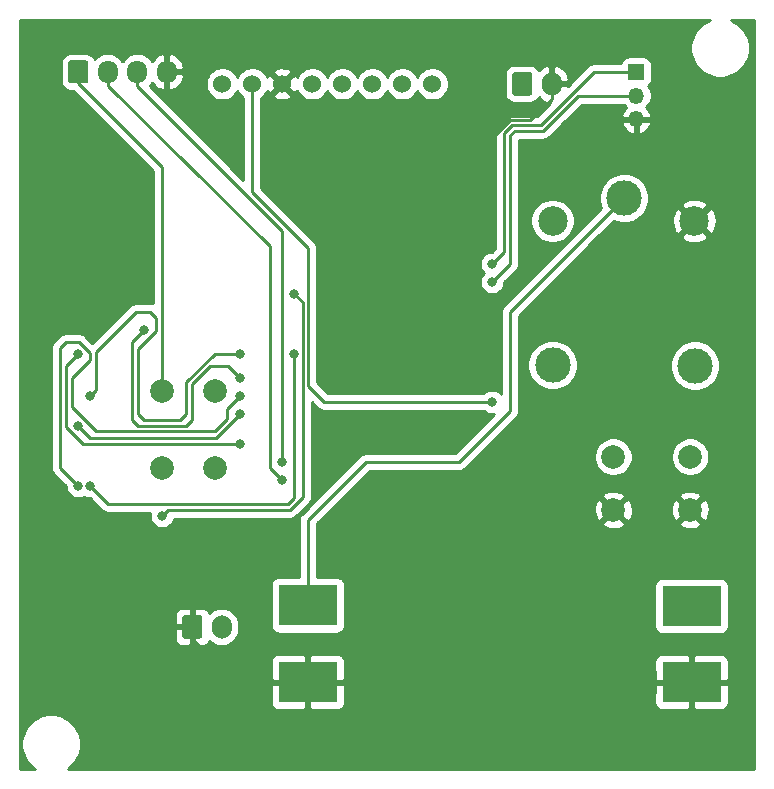
<source format=gbr>
G04 #@! TF.GenerationSoftware,KiCad,Pcbnew,5.1.5+dfsg1-2build2*
G04 #@! TF.CreationDate,2021-12-07T08:31:45-05:00*
G04 #@! TF.ProjectId,schematics,73636865-6d61-4746-9963-732e6b696361,rev?*
G04 #@! TF.SameCoordinates,Original*
G04 #@! TF.FileFunction,Copper,L2,Bot*
G04 #@! TF.FilePolarity,Positive*
%FSLAX46Y46*%
G04 Gerber Fmt 4.6, Leading zero omitted, Abs format (unit mm)*
G04 Created by KiCad (PCBNEW 5.1.5+dfsg1-2build2) date 2021-12-07 08:31:45*
%MOMM*%
%LPD*%
G04 APERTURE LIST*
%ADD10C,0.100000*%
%ADD11O,1.700000X1.950000*%
%ADD12C,2.000000*%
%ADD13O,1.700000X2.000000*%
%ADD14R,1.350000X1.350000*%
%ADD15O,1.350000X1.350000*%
%ADD16C,2.500000*%
%ADD17C,3.000000*%
%ADD18C,1.524000*%
%ADD19R,5.000000X3.500000*%
%ADD20C,0.800000*%
%ADD21C,0.250000*%
%ADD22C,0.254000*%
G04 APERTURE END LIST*
G04 #@! TA.AperFunction,ComponentPad*
D10*
G36*
X93080504Y-45254204D02*
G01*
X93104773Y-45257804D01*
X93128571Y-45263765D01*
X93151671Y-45272030D01*
X93173849Y-45282520D01*
X93194893Y-45295133D01*
X93214598Y-45309747D01*
X93232777Y-45326223D01*
X93249253Y-45344402D01*
X93263867Y-45364107D01*
X93276480Y-45385151D01*
X93286970Y-45407329D01*
X93295235Y-45430429D01*
X93301196Y-45454227D01*
X93304796Y-45478496D01*
X93306000Y-45503000D01*
X93306000Y-46953000D01*
X93304796Y-46977504D01*
X93301196Y-47001773D01*
X93295235Y-47025571D01*
X93286970Y-47048671D01*
X93276480Y-47070849D01*
X93263867Y-47091893D01*
X93249253Y-47111598D01*
X93232777Y-47129777D01*
X93214598Y-47146253D01*
X93194893Y-47160867D01*
X93173849Y-47173480D01*
X93151671Y-47183970D01*
X93128571Y-47192235D01*
X93104773Y-47198196D01*
X93080504Y-47201796D01*
X93056000Y-47203000D01*
X91856000Y-47203000D01*
X91831496Y-47201796D01*
X91807227Y-47198196D01*
X91783429Y-47192235D01*
X91760329Y-47183970D01*
X91738151Y-47173480D01*
X91717107Y-47160867D01*
X91697402Y-47146253D01*
X91679223Y-47129777D01*
X91662747Y-47111598D01*
X91648133Y-47091893D01*
X91635520Y-47070849D01*
X91625030Y-47048671D01*
X91616765Y-47025571D01*
X91610804Y-47001773D01*
X91607204Y-46977504D01*
X91606000Y-46953000D01*
X91606000Y-45503000D01*
X91607204Y-45478496D01*
X91610804Y-45454227D01*
X91616765Y-45430429D01*
X91625030Y-45407329D01*
X91635520Y-45385151D01*
X91648133Y-45364107D01*
X91662747Y-45344402D01*
X91679223Y-45326223D01*
X91697402Y-45309747D01*
X91717107Y-45295133D01*
X91738151Y-45282520D01*
X91760329Y-45272030D01*
X91783429Y-45263765D01*
X91807227Y-45257804D01*
X91831496Y-45254204D01*
X91856000Y-45253000D01*
X93056000Y-45253000D01*
X93080504Y-45254204D01*
G37*
G04 #@! TD.AperFunction*
D11*
X94956000Y-46228000D03*
X97456000Y-46228000D03*
X99956000Y-46228000D03*
D12*
X99568000Y-73256000D03*
X104068000Y-73256000D03*
X99568000Y-79756000D03*
X104068000Y-79756000D03*
G04 #@! TA.AperFunction,ComponentPad*
D10*
G36*
X130672504Y-46245204D02*
G01*
X130696773Y-46248804D01*
X130720571Y-46254765D01*
X130743671Y-46263030D01*
X130765849Y-46273520D01*
X130786893Y-46286133D01*
X130806598Y-46300747D01*
X130824777Y-46317223D01*
X130841253Y-46335402D01*
X130855867Y-46355107D01*
X130868480Y-46376151D01*
X130878970Y-46398329D01*
X130887235Y-46421429D01*
X130893196Y-46445227D01*
X130896796Y-46469496D01*
X130898000Y-46494000D01*
X130898000Y-47994000D01*
X130896796Y-48018504D01*
X130893196Y-48042773D01*
X130887235Y-48066571D01*
X130878970Y-48089671D01*
X130868480Y-48111849D01*
X130855867Y-48132893D01*
X130841253Y-48152598D01*
X130824777Y-48170777D01*
X130806598Y-48187253D01*
X130786893Y-48201867D01*
X130765849Y-48214480D01*
X130743671Y-48224970D01*
X130720571Y-48233235D01*
X130696773Y-48239196D01*
X130672504Y-48242796D01*
X130648000Y-48244000D01*
X129448000Y-48244000D01*
X129423496Y-48242796D01*
X129399227Y-48239196D01*
X129375429Y-48233235D01*
X129352329Y-48224970D01*
X129330151Y-48214480D01*
X129309107Y-48201867D01*
X129289402Y-48187253D01*
X129271223Y-48170777D01*
X129254747Y-48152598D01*
X129240133Y-48132893D01*
X129227520Y-48111849D01*
X129217030Y-48089671D01*
X129208765Y-48066571D01*
X129202804Y-48042773D01*
X129199204Y-48018504D01*
X129198000Y-47994000D01*
X129198000Y-46494000D01*
X129199204Y-46469496D01*
X129202804Y-46445227D01*
X129208765Y-46421429D01*
X129217030Y-46398329D01*
X129227520Y-46376151D01*
X129240133Y-46355107D01*
X129254747Y-46335402D01*
X129271223Y-46317223D01*
X129289402Y-46300747D01*
X129309107Y-46286133D01*
X129330151Y-46273520D01*
X129352329Y-46263030D01*
X129375429Y-46254765D01*
X129399227Y-46248804D01*
X129423496Y-46245204D01*
X129448000Y-46244000D01*
X130648000Y-46244000D01*
X130672504Y-46245204D01*
G37*
G04 #@! TD.AperFunction*
D13*
X132548000Y-47244000D03*
D14*
X139700000Y-46228000D03*
D15*
X139700000Y-48228000D03*
X139700000Y-50228000D03*
D16*
X132634000Y-58846000D03*
D17*
X132634000Y-71046000D03*
X144684000Y-71096000D03*
D16*
X144634000Y-58846000D03*
D17*
X138684000Y-56896000D03*
D12*
X137772000Y-83312000D03*
X137772000Y-78812000D03*
X144272000Y-83312000D03*
X144272000Y-78812000D03*
D18*
X104648000Y-47244000D03*
X107188000Y-47244000D03*
X109728000Y-47244000D03*
X112268000Y-47244000D03*
X114808000Y-47244000D03*
X117348000Y-47244000D03*
X119888000Y-47244000D03*
X122428000Y-47244000D03*
G04 #@! TA.AperFunction,ComponentPad*
D10*
G36*
X102732504Y-92219204D02*
G01*
X102756773Y-92222804D01*
X102780571Y-92228765D01*
X102803671Y-92237030D01*
X102825849Y-92247520D01*
X102846893Y-92260133D01*
X102866598Y-92274747D01*
X102884777Y-92291223D01*
X102901253Y-92309402D01*
X102915867Y-92329107D01*
X102928480Y-92350151D01*
X102938970Y-92372329D01*
X102947235Y-92395429D01*
X102953196Y-92419227D01*
X102956796Y-92443496D01*
X102958000Y-92468000D01*
X102958000Y-93968000D01*
X102956796Y-93992504D01*
X102953196Y-94016773D01*
X102947235Y-94040571D01*
X102938970Y-94063671D01*
X102928480Y-94085849D01*
X102915867Y-94106893D01*
X102901253Y-94126598D01*
X102884777Y-94144777D01*
X102866598Y-94161253D01*
X102846893Y-94175867D01*
X102825849Y-94188480D01*
X102803671Y-94198970D01*
X102780571Y-94207235D01*
X102756773Y-94213196D01*
X102732504Y-94216796D01*
X102708000Y-94218000D01*
X101508000Y-94218000D01*
X101483496Y-94216796D01*
X101459227Y-94213196D01*
X101435429Y-94207235D01*
X101412329Y-94198970D01*
X101390151Y-94188480D01*
X101369107Y-94175867D01*
X101349402Y-94161253D01*
X101331223Y-94144777D01*
X101314747Y-94126598D01*
X101300133Y-94106893D01*
X101287520Y-94085849D01*
X101277030Y-94063671D01*
X101268765Y-94040571D01*
X101262804Y-94016773D01*
X101259204Y-93992504D01*
X101258000Y-93968000D01*
X101258000Y-92468000D01*
X101259204Y-92443496D01*
X101262804Y-92419227D01*
X101268765Y-92395429D01*
X101277030Y-92372329D01*
X101287520Y-92350151D01*
X101300133Y-92329107D01*
X101314747Y-92309402D01*
X101331223Y-92291223D01*
X101349402Y-92274747D01*
X101369107Y-92260133D01*
X101390151Y-92247520D01*
X101412329Y-92237030D01*
X101435429Y-92228765D01*
X101459227Y-92222804D01*
X101483496Y-92219204D01*
X101508000Y-92218000D01*
X102708000Y-92218000D01*
X102732504Y-92219204D01*
G37*
G04 #@! TD.AperFunction*
D13*
X104608000Y-93218000D03*
D19*
X111890900Y-91390400D03*
X111890900Y-97890400D03*
X144390900Y-97890400D03*
X144390900Y-91440400D03*
D20*
X115316000Y-61976000D03*
X127508000Y-58928000D03*
X127508000Y-62484000D03*
X127508000Y-64008000D03*
X98044000Y-68072000D03*
X106172000Y-72136000D03*
X93472000Y-73660000D03*
X106172000Y-70104000D03*
X110744000Y-70104000D03*
X93472000Y-81280000D03*
X92456000Y-81280000D03*
X106172000Y-73660000D03*
X92456000Y-76200000D03*
X106172000Y-75184000D03*
X92456000Y-70104000D03*
X106172000Y-77724000D03*
X99568000Y-83820000D03*
X110744000Y-65024000D03*
X127508000Y-74168000D03*
X109728000Y-80772000D03*
X109728000Y-79248000D03*
D21*
X92456000Y-47203000D02*
X99568000Y-54315000D01*
X92456000Y-46228000D02*
X92456000Y-47203000D01*
X99568000Y-54315000D02*
X99568000Y-73256000D01*
X115316000Y-61976000D02*
X115316000Y-60452000D01*
X115316000Y-60452000D02*
X116840000Y-58928000D01*
X116840000Y-58928000D02*
X127508000Y-58928000D01*
X127508000Y-58928000D02*
X127508000Y-51816000D01*
X127508000Y-51816000D02*
X129032000Y-50292000D01*
X132548000Y-48494000D02*
X132548000Y-47244000D01*
X130750000Y-50292000D02*
X132548000Y-48494000D01*
X129032000Y-50292000D02*
X130750000Y-50292000D01*
X109140900Y-97890400D02*
X111890900Y-97890400D01*
X105780400Y-97890400D02*
X109140900Y-97890400D01*
X102108000Y-94218000D02*
X105780400Y-97890400D01*
X102108000Y-93218000D02*
X102108000Y-94218000D01*
X136144000Y-46228000D02*
X139700000Y-46228000D01*
X129218400Y-50742010D02*
X131629990Y-50742010D01*
X131629990Y-50742010D02*
X136144000Y-46228000D01*
X128524000Y-51436410D02*
X129218400Y-50742010D01*
X128524000Y-61468000D02*
X128524000Y-51436410D01*
X127508000Y-62484000D02*
X128524000Y-61468000D01*
X134780410Y-48228000D02*
X139700000Y-48228000D01*
X131816390Y-51192020D02*
X134780410Y-48228000D01*
X129404800Y-51192020D02*
X131816390Y-51192020D01*
X129032000Y-51564820D02*
X129404800Y-51192020D01*
X129032000Y-62484000D02*
X129032000Y-51564820D01*
X127508000Y-64008000D02*
X129032000Y-62484000D01*
X116840000Y-79248000D02*
X111890900Y-84197100D01*
X129032000Y-74930000D02*
X124714000Y-79248000D01*
X111890900Y-84197100D02*
X111890900Y-91390400D01*
X129032000Y-66548000D02*
X129032000Y-74930000D01*
X124714000Y-79248000D02*
X116840000Y-79248000D01*
X138684000Y-56896000D02*
X129032000Y-66548000D01*
X97028000Y-69088000D02*
X98044000Y-68072000D01*
X97536000Y-76200000D02*
X97028000Y-75692000D01*
X101600000Y-76200000D02*
X97536000Y-76200000D01*
X97028000Y-75692000D02*
X97028000Y-69088000D01*
X102108000Y-72644000D02*
X102108000Y-75692000D01*
X105156000Y-71120000D02*
X103632000Y-71120000D01*
X102108000Y-75692000D02*
X101600000Y-76200000D01*
X103632000Y-71120000D02*
X102108000Y-72644000D01*
X106172000Y-72136000D02*
X105156000Y-71120000D01*
X104011590Y-70104000D02*
X106172000Y-70104000D01*
X93980000Y-69918588D02*
X97350588Y-66548000D01*
X98044000Y-75692000D02*
X101092000Y-75692000D01*
X93472000Y-73660000D02*
X93980000Y-73152000D01*
X93980000Y-73152000D02*
X93980000Y-69918588D01*
X97350588Y-66548000D02*
X98552000Y-66548000D01*
X101600000Y-72515590D02*
X104011590Y-70104000D01*
X99060000Y-67056000D02*
X99060000Y-68129002D01*
X101600000Y-75184000D02*
X101600000Y-72515590D01*
X101092000Y-75692000D02*
X101600000Y-75184000D01*
X98552000Y-66548000D02*
X99060000Y-67056000D01*
X99060000Y-68129002D02*
X97536000Y-69653002D01*
X97536000Y-69653002D02*
X97536000Y-75184000D01*
X97536000Y-75184000D02*
X98044000Y-75692000D01*
X110744000Y-70104000D02*
X110744000Y-82296000D01*
X110744000Y-82296000D02*
X110236000Y-82804000D01*
X94996000Y-82804000D02*
X93472000Y-81280000D01*
X110236000Y-82804000D02*
X94996000Y-82804000D01*
X105091795Y-74740205D02*
X106172000Y-73660000D01*
X105091795Y-75627795D02*
X105091795Y-74740205D01*
X93979012Y-76650010D02*
X104069580Y-76650010D01*
X93472000Y-70612000D02*
X91948000Y-72136000D01*
X93472000Y-70046998D02*
X93472000Y-70612000D01*
X91948000Y-72136000D02*
X91948000Y-74618998D01*
X92513002Y-69088000D02*
X93472000Y-70046998D01*
X91440000Y-69088000D02*
X92513002Y-69088000D01*
X104069580Y-76650010D02*
X105091795Y-75627795D01*
X90932000Y-69596000D02*
X91440000Y-69088000D01*
X90932000Y-79756000D02*
X90932000Y-69596000D01*
X91948000Y-74618998D02*
X93979012Y-76650010D01*
X92456000Y-81280000D02*
X90932000Y-79756000D01*
X106172000Y-75184000D02*
X104140000Y-77216000D01*
X93472000Y-77216000D02*
X92456000Y-76200000D01*
X104140000Y-77216000D02*
X93472000Y-77216000D01*
X92906998Y-77724000D02*
X91440000Y-76257002D01*
X106172000Y-77724000D02*
X92906998Y-77724000D01*
X91440000Y-71120000D02*
X92456000Y-70104000D01*
X91440000Y-76257002D02*
X91440000Y-71120000D01*
X110364410Y-83312000D02*
X100076000Y-83312000D01*
X111469001Y-82207409D02*
X110364410Y-83312000D01*
X111469001Y-65749001D02*
X111469001Y-82207409D01*
X100076000Y-83312000D02*
X99568000Y-83820000D01*
X110744000Y-65024000D02*
X111469001Y-65749001D01*
X107188000Y-56388000D02*
X107188000Y-47244000D01*
X111919011Y-61119011D02*
X107188000Y-56388000D01*
X113284000Y-74168000D02*
X111919011Y-72803011D01*
X111919011Y-72803011D02*
X111919011Y-61119011D01*
X127508000Y-74168000D02*
X113284000Y-74168000D01*
X94956000Y-46228000D02*
X94956000Y-47453000D01*
X108712000Y-79756000D02*
X108712000Y-71570998D01*
X109728000Y-80772000D02*
X108712000Y-79756000D01*
X108712000Y-71570998D02*
X108712000Y-60960000D01*
X94956000Y-47453000D02*
X108712000Y-60960000D01*
X109728000Y-59725000D02*
X109728000Y-61976000D01*
X97456000Y-47453000D02*
X109728000Y-59725000D01*
X97456000Y-46228000D02*
X97456000Y-47453000D01*
X109728000Y-79248000D02*
X109728000Y-61976000D01*
D22*
G36*
X145619768Y-41965491D02*
G01*
X145207525Y-42240942D01*
X144856942Y-42591525D01*
X144581491Y-43003768D01*
X144391756Y-43461827D01*
X144295031Y-43948100D01*
X144295031Y-44443900D01*
X144391756Y-44930173D01*
X144581491Y-45388232D01*
X144856942Y-45800475D01*
X145207525Y-46151058D01*
X145619768Y-46426509D01*
X146077827Y-46616244D01*
X146564100Y-46712969D01*
X147059900Y-46712969D01*
X147546173Y-46616244D01*
X148004232Y-46426509D01*
X148416475Y-46151058D01*
X148767058Y-45800475D01*
X149042509Y-45388232D01*
X149232244Y-44930173D01*
X149328969Y-44443900D01*
X149328969Y-43948100D01*
X149232244Y-43461827D01*
X149042509Y-43003768D01*
X148767058Y-42591525D01*
X148416475Y-42240942D01*
X148004232Y-41965491D01*
X147708514Y-41843000D01*
X149708000Y-41843000D01*
X149708001Y-105223000D01*
X91559050Y-105223000D01*
X91774475Y-105079058D01*
X92125058Y-104728475D01*
X92400509Y-104316232D01*
X92590244Y-103858173D01*
X92686969Y-103371900D01*
X92686969Y-102876100D01*
X92590244Y-102389827D01*
X92400509Y-101931768D01*
X92125058Y-101519525D01*
X91774475Y-101168942D01*
X91362232Y-100893491D01*
X90904173Y-100703756D01*
X90417900Y-100607031D01*
X89922100Y-100607031D01*
X89435827Y-100703756D01*
X88977768Y-100893491D01*
X88565525Y-101168942D01*
X88214942Y-101519525D01*
X87939491Y-101931768D01*
X87749756Y-102389827D01*
X87653031Y-102876100D01*
X87653031Y-103371900D01*
X87749756Y-103858173D01*
X87939491Y-104316232D01*
X88214942Y-104728475D01*
X88565525Y-105079058D01*
X88780950Y-105223000D01*
X87528000Y-105223000D01*
X87528000Y-99640400D01*
X108752828Y-99640400D01*
X108765088Y-99764882D01*
X108801398Y-99884580D01*
X108860363Y-99994894D01*
X108939715Y-100091585D01*
X109036406Y-100170937D01*
X109146720Y-100229902D01*
X109266418Y-100266212D01*
X109390900Y-100278472D01*
X111605150Y-100275400D01*
X111763900Y-100116650D01*
X111763900Y-98017400D01*
X112017900Y-98017400D01*
X112017900Y-100116650D01*
X112176650Y-100275400D01*
X114390900Y-100278472D01*
X114515382Y-100266212D01*
X114635080Y-100229902D01*
X114745394Y-100170937D01*
X114842085Y-100091585D01*
X114921437Y-99994894D01*
X114980402Y-99884580D01*
X115016712Y-99764882D01*
X115028972Y-99640400D01*
X141252828Y-99640400D01*
X141265088Y-99764882D01*
X141301398Y-99884580D01*
X141360363Y-99994894D01*
X141439715Y-100091585D01*
X141536406Y-100170937D01*
X141646720Y-100229902D01*
X141766418Y-100266212D01*
X141890900Y-100278472D01*
X144105150Y-100275400D01*
X144263900Y-100116650D01*
X144263900Y-98017400D01*
X144517900Y-98017400D01*
X144517900Y-100116650D01*
X144676650Y-100275400D01*
X146890900Y-100278472D01*
X147015382Y-100266212D01*
X147135080Y-100229902D01*
X147245394Y-100170937D01*
X147342085Y-100091585D01*
X147421437Y-99994894D01*
X147480402Y-99884580D01*
X147516712Y-99764882D01*
X147528972Y-99640400D01*
X147525900Y-98176150D01*
X147367150Y-98017400D01*
X144517900Y-98017400D01*
X144263900Y-98017400D01*
X141414650Y-98017400D01*
X141255900Y-98176150D01*
X141252828Y-99640400D01*
X115028972Y-99640400D01*
X115025900Y-98176150D01*
X114867150Y-98017400D01*
X112017900Y-98017400D01*
X111763900Y-98017400D01*
X108914650Y-98017400D01*
X108755900Y-98176150D01*
X108752828Y-99640400D01*
X87528000Y-99640400D01*
X87528000Y-96140400D01*
X108752828Y-96140400D01*
X108755900Y-97604650D01*
X108914650Y-97763400D01*
X111763900Y-97763400D01*
X111763900Y-95664150D01*
X112017900Y-95664150D01*
X112017900Y-97763400D01*
X114867150Y-97763400D01*
X115025900Y-97604650D01*
X115028972Y-96140400D01*
X141252828Y-96140400D01*
X141255900Y-97604650D01*
X141414650Y-97763400D01*
X144263900Y-97763400D01*
X144263900Y-95664150D01*
X144517900Y-95664150D01*
X144517900Y-97763400D01*
X147367150Y-97763400D01*
X147525900Y-97604650D01*
X147528972Y-96140400D01*
X147516712Y-96015918D01*
X147480402Y-95896220D01*
X147421437Y-95785906D01*
X147342085Y-95689215D01*
X147245394Y-95609863D01*
X147135080Y-95550898D01*
X147015382Y-95514588D01*
X146890900Y-95502328D01*
X144676650Y-95505400D01*
X144517900Y-95664150D01*
X144263900Y-95664150D01*
X144105150Y-95505400D01*
X141890900Y-95502328D01*
X141766418Y-95514588D01*
X141646720Y-95550898D01*
X141536406Y-95609863D01*
X141439715Y-95689215D01*
X141360363Y-95785906D01*
X141301398Y-95896220D01*
X141265088Y-96015918D01*
X141252828Y-96140400D01*
X115028972Y-96140400D01*
X115016712Y-96015918D01*
X114980402Y-95896220D01*
X114921437Y-95785906D01*
X114842085Y-95689215D01*
X114745394Y-95609863D01*
X114635080Y-95550898D01*
X114515382Y-95514588D01*
X114390900Y-95502328D01*
X112176650Y-95505400D01*
X112017900Y-95664150D01*
X111763900Y-95664150D01*
X111605150Y-95505400D01*
X109390900Y-95502328D01*
X109266418Y-95514588D01*
X109146720Y-95550898D01*
X109036406Y-95609863D01*
X108939715Y-95689215D01*
X108860363Y-95785906D01*
X108801398Y-95896220D01*
X108765088Y-96015918D01*
X108752828Y-96140400D01*
X87528000Y-96140400D01*
X87528000Y-94218000D01*
X100619928Y-94218000D01*
X100632188Y-94342482D01*
X100668498Y-94462180D01*
X100727463Y-94572494D01*
X100806815Y-94669185D01*
X100903506Y-94748537D01*
X101013820Y-94807502D01*
X101133518Y-94843812D01*
X101258000Y-94856072D01*
X101822250Y-94853000D01*
X101981000Y-94694250D01*
X101981000Y-93345000D01*
X100781750Y-93345000D01*
X100623000Y-93503750D01*
X100619928Y-94218000D01*
X87528000Y-94218000D01*
X87528000Y-92218000D01*
X100619928Y-92218000D01*
X100623000Y-92932250D01*
X100781750Y-93091000D01*
X101981000Y-93091000D01*
X101981000Y-91741750D01*
X102235000Y-91741750D01*
X102235000Y-93091000D01*
X102255000Y-93091000D01*
X102255000Y-93345000D01*
X102235000Y-93345000D01*
X102235000Y-94694250D01*
X102393750Y-94853000D01*
X102958000Y-94856072D01*
X103082482Y-94843812D01*
X103202180Y-94807502D01*
X103312494Y-94748537D01*
X103409185Y-94669185D01*
X103488537Y-94572494D01*
X103547502Y-94462180D01*
X103558055Y-94427392D01*
X103778987Y-94608706D01*
X104036967Y-94746599D01*
X104316890Y-94831513D01*
X104608000Y-94860185D01*
X104899111Y-94831513D01*
X105179034Y-94746599D01*
X105437014Y-94608706D01*
X105663134Y-94423134D01*
X105848706Y-94197014D01*
X105986599Y-93939033D01*
X106071513Y-93659110D01*
X106093000Y-93440949D01*
X106093000Y-92995050D01*
X106071513Y-92776889D01*
X105986599Y-92496966D01*
X105848706Y-92238986D01*
X105663134Y-92012866D01*
X105437013Y-91827294D01*
X105179033Y-91689401D01*
X104899110Y-91604487D01*
X104608000Y-91575815D01*
X104316889Y-91604487D01*
X104036966Y-91689401D01*
X103778986Y-91827294D01*
X103558055Y-92008608D01*
X103547502Y-91973820D01*
X103488537Y-91863506D01*
X103409185Y-91766815D01*
X103312494Y-91687463D01*
X103202180Y-91628498D01*
X103082482Y-91592188D01*
X102958000Y-91579928D01*
X102393750Y-91583000D01*
X102235000Y-91741750D01*
X101981000Y-91741750D01*
X101822250Y-91583000D01*
X101258000Y-91579928D01*
X101133518Y-91592188D01*
X101013820Y-91628498D01*
X100903506Y-91687463D01*
X100806815Y-91766815D01*
X100727463Y-91863506D01*
X100668498Y-91973820D01*
X100632188Y-92093518D01*
X100619928Y-92218000D01*
X87528000Y-92218000D01*
X87528000Y-69596000D01*
X90168324Y-69596000D01*
X90172001Y-69633332D01*
X90172000Y-79718678D01*
X90168324Y-79756000D01*
X90172000Y-79793322D01*
X90172000Y-79793332D01*
X90182997Y-79904985D01*
X90210910Y-79997002D01*
X90226454Y-80048246D01*
X90297026Y-80180276D01*
X90336871Y-80228826D01*
X90391999Y-80296001D01*
X90421002Y-80319803D01*
X91421000Y-81319802D01*
X91421000Y-81381939D01*
X91460774Y-81581898D01*
X91538795Y-81770256D01*
X91652063Y-81939774D01*
X91796226Y-82083937D01*
X91965744Y-82197205D01*
X92154102Y-82275226D01*
X92354061Y-82315000D01*
X92557939Y-82315000D01*
X92757898Y-82275226D01*
X92946256Y-82197205D01*
X92964000Y-82185349D01*
X92981744Y-82197205D01*
X93170102Y-82275226D01*
X93370061Y-82315000D01*
X93432198Y-82315000D01*
X94432205Y-83315008D01*
X94455999Y-83344001D01*
X94484992Y-83367795D01*
X94484996Y-83367799D01*
X94555685Y-83425811D01*
X94571724Y-83438974D01*
X94703753Y-83509546D01*
X94847014Y-83553003D01*
X94958667Y-83564000D01*
X94958676Y-83564000D01*
X94995999Y-83567676D01*
X95033322Y-83564000D01*
X98563644Y-83564000D01*
X98533000Y-83718061D01*
X98533000Y-83921939D01*
X98572774Y-84121898D01*
X98650795Y-84310256D01*
X98764063Y-84479774D01*
X98908226Y-84623937D01*
X99077744Y-84737205D01*
X99266102Y-84815226D01*
X99466061Y-84855000D01*
X99669939Y-84855000D01*
X99869898Y-84815226D01*
X100058256Y-84737205D01*
X100227774Y-84623937D01*
X100371937Y-84479774D01*
X100485205Y-84310256D01*
X100563226Y-84121898D01*
X100573151Y-84072000D01*
X110327088Y-84072000D01*
X110364410Y-84075676D01*
X110401732Y-84072000D01*
X110401743Y-84072000D01*
X110513396Y-84061003D01*
X110656657Y-84017546D01*
X110788686Y-83946974D01*
X110904411Y-83852001D01*
X110928214Y-83822998D01*
X111980004Y-82771208D01*
X112009002Y-82747410D01*
X112103975Y-82631685D01*
X112174547Y-82499656D01*
X112218004Y-82356395D01*
X112229001Y-82244742D01*
X112232678Y-82207409D01*
X112229001Y-82170076D01*
X112229001Y-74187803D01*
X112720201Y-74679003D01*
X112743999Y-74708001D01*
X112772997Y-74731799D01*
X112859723Y-74802974D01*
X112991753Y-74873546D01*
X113135014Y-74917003D01*
X113246667Y-74928000D01*
X113246677Y-74928000D01*
X113284000Y-74931676D01*
X113321323Y-74928000D01*
X126804289Y-74928000D01*
X126848226Y-74971937D01*
X127017744Y-75085205D01*
X127206102Y-75163226D01*
X127406061Y-75203000D01*
X127609939Y-75203000D01*
X127702637Y-75184561D01*
X124399199Y-78488000D01*
X116877322Y-78488000D01*
X116839999Y-78484324D01*
X116802676Y-78488000D01*
X116802667Y-78488000D01*
X116691014Y-78498997D01*
X116547753Y-78542454D01*
X116415724Y-78613026D01*
X116299999Y-78707999D01*
X116276201Y-78736997D01*
X111379903Y-83633296D01*
X111350899Y-83657099D01*
X111300869Y-83718061D01*
X111255926Y-83772824D01*
X111185355Y-83904853D01*
X111185354Y-83904854D01*
X111141897Y-84048115D01*
X111130900Y-84159768D01*
X111130900Y-84159778D01*
X111127224Y-84197100D01*
X111130900Y-84234423D01*
X111130901Y-89002328D01*
X109390900Y-89002328D01*
X109266418Y-89014588D01*
X109146720Y-89050898D01*
X109036406Y-89109863D01*
X108939715Y-89189215D01*
X108860363Y-89285906D01*
X108801398Y-89396220D01*
X108765088Y-89515918D01*
X108752828Y-89640400D01*
X108752828Y-93140400D01*
X108765088Y-93264882D01*
X108801398Y-93384580D01*
X108860363Y-93494894D01*
X108939715Y-93591585D01*
X109036406Y-93670937D01*
X109146720Y-93729902D01*
X109266418Y-93766212D01*
X109390900Y-93778472D01*
X114390900Y-93778472D01*
X114515382Y-93766212D01*
X114635080Y-93729902D01*
X114745394Y-93670937D01*
X114842085Y-93591585D01*
X114921437Y-93494894D01*
X114980402Y-93384580D01*
X115016712Y-93264882D01*
X115028972Y-93140400D01*
X115028972Y-89690400D01*
X141252828Y-89690400D01*
X141252828Y-93190400D01*
X141265088Y-93314882D01*
X141301398Y-93434580D01*
X141360363Y-93544894D01*
X141439715Y-93641585D01*
X141536406Y-93720937D01*
X141646720Y-93779902D01*
X141766418Y-93816212D01*
X141890900Y-93828472D01*
X146890900Y-93828472D01*
X147015382Y-93816212D01*
X147135080Y-93779902D01*
X147245394Y-93720937D01*
X147342085Y-93641585D01*
X147421437Y-93544894D01*
X147480402Y-93434580D01*
X147516712Y-93314882D01*
X147528972Y-93190400D01*
X147528972Y-89690400D01*
X147516712Y-89565918D01*
X147480402Y-89446220D01*
X147421437Y-89335906D01*
X147342085Y-89239215D01*
X147245394Y-89159863D01*
X147135080Y-89100898D01*
X147015382Y-89064588D01*
X146890900Y-89052328D01*
X141890900Y-89052328D01*
X141766418Y-89064588D01*
X141646720Y-89100898D01*
X141536406Y-89159863D01*
X141439715Y-89239215D01*
X141360363Y-89335906D01*
X141301398Y-89446220D01*
X141265088Y-89565918D01*
X141252828Y-89690400D01*
X115028972Y-89690400D01*
X115028972Y-89640400D01*
X115016712Y-89515918D01*
X114980402Y-89396220D01*
X114921437Y-89285906D01*
X114842085Y-89189215D01*
X114745394Y-89109863D01*
X114635080Y-89050898D01*
X114515382Y-89014588D01*
X114390900Y-89002328D01*
X112650900Y-89002328D01*
X112650900Y-84511901D01*
X112715388Y-84447413D01*
X136816192Y-84447413D01*
X136911956Y-84711814D01*
X137201571Y-84852704D01*
X137513108Y-84934384D01*
X137834595Y-84953718D01*
X138153675Y-84909961D01*
X138458088Y-84804795D01*
X138632044Y-84711814D01*
X138727808Y-84447413D01*
X143316192Y-84447413D01*
X143411956Y-84711814D01*
X143701571Y-84852704D01*
X144013108Y-84934384D01*
X144334595Y-84953718D01*
X144653675Y-84909961D01*
X144958088Y-84804795D01*
X145132044Y-84711814D01*
X145227808Y-84447413D01*
X144272000Y-83491605D01*
X143316192Y-84447413D01*
X138727808Y-84447413D01*
X137772000Y-83491605D01*
X136816192Y-84447413D01*
X112715388Y-84447413D01*
X113788206Y-83374595D01*
X136130282Y-83374595D01*
X136174039Y-83693675D01*
X136279205Y-83998088D01*
X136372186Y-84172044D01*
X136636587Y-84267808D01*
X137592395Y-83312000D01*
X137951605Y-83312000D01*
X138907413Y-84267808D01*
X139171814Y-84172044D01*
X139312704Y-83882429D01*
X139394384Y-83570892D01*
X139406189Y-83374595D01*
X142630282Y-83374595D01*
X142674039Y-83693675D01*
X142779205Y-83998088D01*
X142872186Y-84172044D01*
X143136587Y-84267808D01*
X144092395Y-83312000D01*
X144451605Y-83312000D01*
X145407413Y-84267808D01*
X145671814Y-84172044D01*
X145812704Y-83882429D01*
X145894384Y-83570892D01*
X145913718Y-83249405D01*
X145869961Y-82930325D01*
X145764795Y-82625912D01*
X145671814Y-82451956D01*
X145407413Y-82356192D01*
X144451605Y-83312000D01*
X144092395Y-83312000D01*
X143136587Y-82356192D01*
X142872186Y-82451956D01*
X142731296Y-82741571D01*
X142649616Y-83053108D01*
X142630282Y-83374595D01*
X139406189Y-83374595D01*
X139413718Y-83249405D01*
X139369961Y-82930325D01*
X139264795Y-82625912D01*
X139171814Y-82451956D01*
X138907413Y-82356192D01*
X137951605Y-83312000D01*
X137592395Y-83312000D01*
X136636587Y-82356192D01*
X136372186Y-82451956D01*
X136231296Y-82741571D01*
X136149616Y-83053108D01*
X136130282Y-83374595D01*
X113788206Y-83374595D01*
X114986214Y-82176587D01*
X136816192Y-82176587D01*
X137772000Y-83132395D01*
X138727808Y-82176587D01*
X143316192Y-82176587D01*
X144272000Y-83132395D01*
X145227808Y-82176587D01*
X145132044Y-81912186D01*
X144842429Y-81771296D01*
X144530892Y-81689616D01*
X144209405Y-81670282D01*
X143890325Y-81714039D01*
X143585912Y-81819205D01*
X143411956Y-81912186D01*
X143316192Y-82176587D01*
X138727808Y-82176587D01*
X138632044Y-81912186D01*
X138342429Y-81771296D01*
X138030892Y-81689616D01*
X137709405Y-81670282D01*
X137390325Y-81714039D01*
X137085912Y-81819205D01*
X136911956Y-81912186D01*
X136816192Y-82176587D01*
X114986214Y-82176587D01*
X117154802Y-80008000D01*
X124676678Y-80008000D01*
X124714000Y-80011676D01*
X124751322Y-80008000D01*
X124751333Y-80008000D01*
X124862986Y-79997003D01*
X125006247Y-79953546D01*
X125138276Y-79882974D01*
X125254001Y-79788001D01*
X125277804Y-79758997D01*
X126385834Y-78650967D01*
X136137000Y-78650967D01*
X136137000Y-78973033D01*
X136199832Y-79288912D01*
X136323082Y-79586463D01*
X136502013Y-79854252D01*
X136729748Y-80081987D01*
X136997537Y-80260918D01*
X137295088Y-80384168D01*
X137610967Y-80447000D01*
X137933033Y-80447000D01*
X138248912Y-80384168D01*
X138546463Y-80260918D01*
X138814252Y-80081987D01*
X139041987Y-79854252D01*
X139220918Y-79586463D01*
X139344168Y-79288912D01*
X139407000Y-78973033D01*
X139407000Y-78650967D01*
X142637000Y-78650967D01*
X142637000Y-78973033D01*
X142699832Y-79288912D01*
X142823082Y-79586463D01*
X143002013Y-79854252D01*
X143229748Y-80081987D01*
X143497537Y-80260918D01*
X143795088Y-80384168D01*
X144110967Y-80447000D01*
X144433033Y-80447000D01*
X144748912Y-80384168D01*
X145046463Y-80260918D01*
X145314252Y-80081987D01*
X145541987Y-79854252D01*
X145720918Y-79586463D01*
X145844168Y-79288912D01*
X145907000Y-78973033D01*
X145907000Y-78650967D01*
X145844168Y-78335088D01*
X145720918Y-78037537D01*
X145541987Y-77769748D01*
X145314252Y-77542013D01*
X145046463Y-77363082D01*
X144748912Y-77239832D01*
X144433033Y-77177000D01*
X144110967Y-77177000D01*
X143795088Y-77239832D01*
X143497537Y-77363082D01*
X143229748Y-77542013D01*
X143002013Y-77769748D01*
X142823082Y-78037537D01*
X142699832Y-78335088D01*
X142637000Y-78650967D01*
X139407000Y-78650967D01*
X139344168Y-78335088D01*
X139220918Y-78037537D01*
X139041987Y-77769748D01*
X138814252Y-77542013D01*
X138546463Y-77363082D01*
X138248912Y-77239832D01*
X137933033Y-77177000D01*
X137610967Y-77177000D01*
X137295088Y-77239832D01*
X136997537Y-77363082D01*
X136729748Y-77542013D01*
X136502013Y-77769748D01*
X136323082Y-78037537D01*
X136199832Y-78335088D01*
X136137000Y-78650967D01*
X126385834Y-78650967D01*
X129543003Y-75493799D01*
X129572001Y-75470001D01*
X129666974Y-75354276D01*
X129737546Y-75222247D01*
X129781003Y-75078986D01*
X129792000Y-74967333D01*
X129792000Y-74967324D01*
X129795676Y-74930001D01*
X129792000Y-74892678D01*
X129792000Y-70835721D01*
X130499000Y-70835721D01*
X130499000Y-71256279D01*
X130581047Y-71668756D01*
X130741988Y-72057302D01*
X130975637Y-72406983D01*
X131273017Y-72704363D01*
X131622698Y-72938012D01*
X132011244Y-73098953D01*
X132423721Y-73181000D01*
X132844279Y-73181000D01*
X133256756Y-73098953D01*
X133645302Y-72938012D01*
X133994983Y-72704363D01*
X134292363Y-72406983D01*
X134526012Y-72057302D01*
X134686953Y-71668756D01*
X134769000Y-71256279D01*
X134769000Y-70885721D01*
X142549000Y-70885721D01*
X142549000Y-71306279D01*
X142631047Y-71718756D01*
X142791988Y-72107302D01*
X143025637Y-72456983D01*
X143323017Y-72754363D01*
X143672698Y-72988012D01*
X144061244Y-73148953D01*
X144473721Y-73231000D01*
X144894279Y-73231000D01*
X145306756Y-73148953D01*
X145695302Y-72988012D01*
X146044983Y-72754363D01*
X146342363Y-72456983D01*
X146576012Y-72107302D01*
X146736953Y-71718756D01*
X146819000Y-71306279D01*
X146819000Y-70885721D01*
X146736953Y-70473244D01*
X146576012Y-70084698D01*
X146342363Y-69735017D01*
X146044983Y-69437637D01*
X145695302Y-69203988D01*
X145306756Y-69043047D01*
X144894279Y-68961000D01*
X144473721Y-68961000D01*
X144061244Y-69043047D01*
X143672698Y-69203988D01*
X143323017Y-69437637D01*
X143025637Y-69735017D01*
X142791988Y-70084698D01*
X142631047Y-70473244D01*
X142549000Y-70885721D01*
X134769000Y-70885721D01*
X134769000Y-70835721D01*
X134686953Y-70423244D01*
X134526012Y-70034698D01*
X134292363Y-69685017D01*
X133994983Y-69387637D01*
X133645302Y-69153988D01*
X133256756Y-68993047D01*
X132844279Y-68911000D01*
X132423721Y-68911000D01*
X132011244Y-68993047D01*
X131622698Y-69153988D01*
X131273017Y-69387637D01*
X130975637Y-69685017D01*
X130741988Y-70034698D01*
X130581047Y-70423244D01*
X130499000Y-70835721D01*
X129792000Y-70835721D01*
X129792000Y-66862801D01*
X136495196Y-60159605D01*
X143500000Y-60159605D01*
X143625914Y-60449577D01*
X143958126Y-60615433D01*
X144316312Y-60713290D01*
X144686706Y-60739389D01*
X145055075Y-60692725D01*
X145407262Y-60575094D01*
X145642086Y-60449577D01*
X145768000Y-60159605D01*
X144634000Y-59025605D01*
X143500000Y-60159605D01*
X136495196Y-60159605D01*
X137809942Y-58844860D01*
X138061244Y-58948953D01*
X138473721Y-59031000D01*
X138894279Y-59031000D01*
X139306756Y-58948953D01*
X139428063Y-58898706D01*
X142740611Y-58898706D01*
X142787275Y-59267075D01*
X142904906Y-59619262D01*
X143030423Y-59854086D01*
X143320395Y-59980000D01*
X144454395Y-58846000D01*
X144813605Y-58846000D01*
X145947605Y-59980000D01*
X146237577Y-59854086D01*
X146403433Y-59521874D01*
X146501290Y-59163688D01*
X146527389Y-58793294D01*
X146480725Y-58424925D01*
X146363094Y-58072738D01*
X146237577Y-57837914D01*
X145947605Y-57712000D01*
X144813605Y-58846000D01*
X144454395Y-58846000D01*
X143320395Y-57712000D01*
X143030423Y-57837914D01*
X142864567Y-58170126D01*
X142766710Y-58528312D01*
X142740611Y-58898706D01*
X139428063Y-58898706D01*
X139695302Y-58788012D01*
X140044983Y-58554363D01*
X140342363Y-58256983D01*
X140576012Y-57907302D01*
X140731303Y-57532395D01*
X143500000Y-57532395D01*
X144634000Y-58666395D01*
X145768000Y-57532395D01*
X145642086Y-57242423D01*
X145309874Y-57076567D01*
X144951688Y-56978710D01*
X144581294Y-56952611D01*
X144212925Y-56999275D01*
X143860738Y-57116906D01*
X143625914Y-57242423D01*
X143500000Y-57532395D01*
X140731303Y-57532395D01*
X140736953Y-57518756D01*
X140819000Y-57106279D01*
X140819000Y-56685721D01*
X140736953Y-56273244D01*
X140576012Y-55884698D01*
X140342363Y-55535017D01*
X140044983Y-55237637D01*
X139695302Y-55003988D01*
X139306756Y-54843047D01*
X138894279Y-54761000D01*
X138473721Y-54761000D01*
X138061244Y-54843047D01*
X137672698Y-55003988D01*
X137323017Y-55237637D01*
X137025637Y-55535017D01*
X136791988Y-55884698D01*
X136631047Y-56273244D01*
X136549000Y-56685721D01*
X136549000Y-57106279D01*
X136631047Y-57518756D01*
X136735140Y-57770058D01*
X128521003Y-65984196D01*
X128491999Y-66007999D01*
X128450144Y-66059000D01*
X128397026Y-66123724D01*
X128370540Y-66173276D01*
X128326454Y-66255754D01*
X128282997Y-66399015D01*
X128272000Y-66510668D01*
X128272000Y-66510678D01*
X128268324Y-66548000D01*
X128272000Y-66585322D01*
X128272001Y-73468290D01*
X128167774Y-73364063D01*
X127998256Y-73250795D01*
X127809898Y-73172774D01*
X127609939Y-73133000D01*
X127406061Y-73133000D01*
X127206102Y-73172774D01*
X127017744Y-73250795D01*
X126848226Y-73364063D01*
X126804289Y-73408000D01*
X113598802Y-73408000D01*
X112679011Y-72488210D01*
X112679011Y-62382061D01*
X126473000Y-62382061D01*
X126473000Y-62585939D01*
X126512774Y-62785898D01*
X126590795Y-62974256D01*
X126704063Y-63143774D01*
X126806289Y-63246000D01*
X126704063Y-63348226D01*
X126590795Y-63517744D01*
X126512774Y-63706102D01*
X126473000Y-63906061D01*
X126473000Y-64109939D01*
X126512774Y-64309898D01*
X126590795Y-64498256D01*
X126704063Y-64667774D01*
X126848226Y-64811937D01*
X127017744Y-64925205D01*
X127206102Y-65003226D01*
X127406061Y-65043000D01*
X127609939Y-65043000D01*
X127809898Y-65003226D01*
X127998256Y-64925205D01*
X128167774Y-64811937D01*
X128311937Y-64667774D01*
X128425205Y-64498256D01*
X128503226Y-64309898D01*
X128543000Y-64109939D01*
X128543000Y-64047802D01*
X129543009Y-63047794D01*
X129572001Y-63024001D01*
X129595795Y-62995008D01*
X129595799Y-62995004D01*
X129666973Y-62908277D01*
X129666974Y-62908276D01*
X129737546Y-62776247D01*
X129781003Y-62632986D01*
X129792000Y-62521333D01*
X129792000Y-62521324D01*
X129795676Y-62484001D01*
X129792000Y-62446678D01*
X129792000Y-58660344D01*
X130749000Y-58660344D01*
X130749000Y-59031656D01*
X130821439Y-59395834D01*
X130963534Y-59738882D01*
X131169825Y-60047618D01*
X131432382Y-60310175D01*
X131741118Y-60516466D01*
X132084166Y-60658561D01*
X132448344Y-60731000D01*
X132819656Y-60731000D01*
X133183834Y-60658561D01*
X133526882Y-60516466D01*
X133835618Y-60310175D01*
X134098175Y-60047618D01*
X134304466Y-59738882D01*
X134446561Y-59395834D01*
X134519000Y-59031656D01*
X134519000Y-58660344D01*
X134446561Y-58296166D01*
X134304466Y-57953118D01*
X134098175Y-57644382D01*
X133835618Y-57381825D01*
X133526882Y-57175534D01*
X133183834Y-57033439D01*
X132819656Y-56961000D01*
X132448344Y-56961000D01*
X132084166Y-57033439D01*
X131741118Y-57175534D01*
X131432382Y-57381825D01*
X131169825Y-57644382D01*
X130963534Y-57953118D01*
X130821439Y-58296166D01*
X130749000Y-58660344D01*
X129792000Y-58660344D01*
X129792000Y-51952020D01*
X131779068Y-51952020D01*
X131816390Y-51955696D01*
X131853712Y-51952020D01*
X131853723Y-51952020D01*
X131965376Y-51941023D01*
X132108637Y-51897566D01*
X132240666Y-51826994D01*
X132356391Y-51732021D01*
X132380194Y-51703017D01*
X133525811Y-50557400D01*
X138432090Y-50557400D01*
X138462762Y-50658528D01*
X138570527Y-50891629D01*
X138721697Y-51099227D01*
X138910463Y-51273344D01*
X139129570Y-51407289D01*
X139370599Y-51495915D01*
X139573000Y-51373085D01*
X139573000Y-50355000D01*
X139827000Y-50355000D01*
X139827000Y-51373085D01*
X140029401Y-51495915D01*
X140270430Y-51407289D01*
X140489537Y-51273344D01*
X140678303Y-51099227D01*
X140829473Y-50891629D01*
X140937238Y-50658528D01*
X140967910Y-50557400D01*
X140844224Y-50355000D01*
X139827000Y-50355000D01*
X139573000Y-50355000D01*
X138555776Y-50355000D01*
X138432090Y-50557400D01*
X133525811Y-50557400D01*
X135095212Y-48988000D01*
X138632291Y-48988000D01*
X138682456Y-49063077D01*
X138854060Y-49234681D01*
X138721697Y-49356773D01*
X138570527Y-49564371D01*
X138462762Y-49797472D01*
X138432090Y-49898600D01*
X138555776Y-50101000D01*
X139573000Y-50101000D01*
X139573000Y-50081000D01*
X139827000Y-50081000D01*
X139827000Y-50101000D01*
X140844224Y-50101000D01*
X140967910Y-49898600D01*
X140937238Y-49797472D01*
X140829473Y-49564371D01*
X140678303Y-49356773D01*
X140545940Y-49234681D01*
X140717544Y-49063077D01*
X140860907Y-48848518D01*
X140959658Y-48610113D01*
X141010000Y-48357024D01*
X141010000Y-48098976D01*
X140959658Y-47845887D01*
X140860907Y-47607482D01*
X140739303Y-47425487D01*
X140826185Y-47354185D01*
X140905537Y-47257494D01*
X140964502Y-47147180D01*
X141000812Y-47027482D01*
X141013072Y-46903000D01*
X141013072Y-45553000D01*
X141000812Y-45428518D01*
X140964502Y-45308820D01*
X140905537Y-45198506D01*
X140826185Y-45101815D01*
X140729494Y-45022463D01*
X140619180Y-44963498D01*
X140499482Y-44927188D01*
X140375000Y-44914928D01*
X139025000Y-44914928D01*
X138900518Y-44927188D01*
X138780820Y-44963498D01*
X138670506Y-45022463D01*
X138573815Y-45101815D01*
X138494463Y-45198506D01*
X138435498Y-45308820D01*
X138399188Y-45428518D01*
X138395299Y-45468000D01*
X136181322Y-45468000D01*
X136143999Y-45464324D01*
X136106676Y-45468000D01*
X136106667Y-45468000D01*
X135995014Y-45478997D01*
X135851753Y-45522454D01*
X135719724Y-45593026D01*
X135603999Y-45687999D01*
X135580201Y-45716997D01*
X133894717Y-47402481D01*
X133875232Y-47371000D01*
X132675000Y-47371000D01*
X132675000Y-47391000D01*
X132421000Y-47391000D01*
X132421000Y-47371000D01*
X132401000Y-47371000D01*
X132401000Y-47117000D01*
X132421000Y-47117000D01*
X132421000Y-45773845D01*
X132675000Y-45773845D01*
X132675000Y-47117000D01*
X133875232Y-47117000D01*
X134019285Y-46884258D01*
X133950096Y-46601255D01*
X133827025Y-46337188D01*
X133654802Y-46102205D01*
X133440046Y-45905336D01*
X133191009Y-45754146D01*
X132917261Y-45654446D01*
X132904890Y-45652524D01*
X132675000Y-45773845D01*
X132421000Y-45773845D01*
X132191110Y-45652524D01*
X132178739Y-45654446D01*
X131904991Y-45754146D01*
X131655954Y-45905336D01*
X131441198Y-46102205D01*
X131440914Y-46102593D01*
X131386405Y-46000614D01*
X131275962Y-45866038D01*
X131141386Y-45755595D01*
X130987850Y-45673528D01*
X130821254Y-45622992D01*
X130648000Y-45605928D01*
X129448000Y-45605928D01*
X129274746Y-45622992D01*
X129108150Y-45673528D01*
X128954614Y-45755595D01*
X128820038Y-45866038D01*
X128709595Y-46000614D01*
X128627528Y-46154150D01*
X128576992Y-46320746D01*
X128559928Y-46494000D01*
X128559928Y-47994000D01*
X128576992Y-48167254D01*
X128627528Y-48333850D01*
X128709595Y-48487386D01*
X128820038Y-48621962D01*
X128954614Y-48732405D01*
X129108150Y-48814472D01*
X129274746Y-48865008D01*
X129448000Y-48882072D01*
X130648000Y-48882072D01*
X130821254Y-48865008D01*
X130987850Y-48814472D01*
X131141386Y-48732405D01*
X131275962Y-48621962D01*
X131386405Y-48487386D01*
X131440914Y-48385407D01*
X131441198Y-48385795D01*
X131655954Y-48582664D01*
X131904991Y-48733854D01*
X132178739Y-48833554D01*
X132191110Y-48835476D01*
X132420998Y-48714156D01*
X132420998Y-48876201D01*
X131315189Y-49982010D01*
X129255723Y-49982010D01*
X129218400Y-49978334D01*
X129181077Y-49982010D01*
X129181067Y-49982010D01*
X129069414Y-49993007D01*
X128926153Y-50036464D01*
X128794123Y-50107036D01*
X128710483Y-50175678D01*
X128678399Y-50202009D01*
X128654601Y-50231008D01*
X128012998Y-50872611D01*
X127984000Y-50896409D01*
X127960202Y-50925407D01*
X127960201Y-50925408D01*
X127889026Y-51012134D01*
X127818454Y-51144164D01*
X127774998Y-51287425D01*
X127760324Y-51436410D01*
X127764001Y-51473742D01*
X127764000Y-61153198D01*
X127468199Y-61449000D01*
X127406061Y-61449000D01*
X127206102Y-61488774D01*
X127017744Y-61566795D01*
X126848226Y-61680063D01*
X126704063Y-61824226D01*
X126590795Y-61993744D01*
X126512774Y-62182102D01*
X126473000Y-62382061D01*
X112679011Y-62382061D01*
X112679011Y-61156334D01*
X112682687Y-61119011D01*
X112679011Y-61081688D01*
X112679011Y-61081678D01*
X112668014Y-60970025D01*
X112624557Y-60826764D01*
X112590182Y-60762454D01*
X112553985Y-60694734D01*
X112482810Y-60608008D01*
X112459012Y-60579010D01*
X112430014Y-60555212D01*
X107948000Y-56073199D01*
X107948000Y-48416341D01*
X108078535Y-48329120D01*
X108198090Y-48209565D01*
X108942040Y-48209565D01*
X109009020Y-48449656D01*
X109258048Y-48566756D01*
X109525135Y-48633023D01*
X109800017Y-48645910D01*
X110072133Y-48604922D01*
X110331023Y-48511636D01*
X110446980Y-48449656D01*
X110513960Y-48209565D01*
X109728000Y-47423605D01*
X108942040Y-48209565D01*
X108198090Y-48209565D01*
X108273120Y-48134535D01*
X108426005Y-47905727D01*
X108455692Y-47834057D01*
X108460364Y-47847023D01*
X108522344Y-47962980D01*
X108762435Y-48029960D01*
X109548395Y-47244000D01*
X109907605Y-47244000D01*
X110693565Y-48029960D01*
X110933656Y-47962980D01*
X110997485Y-47827240D01*
X111029995Y-47905727D01*
X111182880Y-48134535D01*
X111377465Y-48329120D01*
X111606273Y-48482005D01*
X111860510Y-48587314D01*
X112130408Y-48641000D01*
X112405592Y-48641000D01*
X112675490Y-48587314D01*
X112929727Y-48482005D01*
X113158535Y-48329120D01*
X113353120Y-48134535D01*
X113506005Y-47905727D01*
X113538000Y-47828485D01*
X113569995Y-47905727D01*
X113722880Y-48134535D01*
X113917465Y-48329120D01*
X114146273Y-48482005D01*
X114400510Y-48587314D01*
X114670408Y-48641000D01*
X114945592Y-48641000D01*
X115215490Y-48587314D01*
X115469727Y-48482005D01*
X115698535Y-48329120D01*
X115893120Y-48134535D01*
X116046005Y-47905727D01*
X116078000Y-47828485D01*
X116109995Y-47905727D01*
X116262880Y-48134535D01*
X116457465Y-48329120D01*
X116686273Y-48482005D01*
X116940510Y-48587314D01*
X117210408Y-48641000D01*
X117485592Y-48641000D01*
X117755490Y-48587314D01*
X118009727Y-48482005D01*
X118238535Y-48329120D01*
X118433120Y-48134535D01*
X118586005Y-47905727D01*
X118618000Y-47828485D01*
X118649995Y-47905727D01*
X118802880Y-48134535D01*
X118997465Y-48329120D01*
X119226273Y-48482005D01*
X119480510Y-48587314D01*
X119750408Y-48641000D01*
X120025592Y-48641000D01*
X120295490Y-48587314D01*
X120549727Y-48482005D01*
X120778535Y-48329120D01*
X120973120Y-48134535D01*
X121126005Y-47905727D01*
X121158000Y-47828485D01*
X121189995Y-47905727D01*
X121342880Y-48134535D01*
X121537465Y-48329120D01*
X121766273Y-48482005D01*
X122020510Y-48587314D01*
X122290408Y-48641000D01*
X122565592Y-48641000D01*
X122835490Y-48587314D01*
X123089727Y-48482005D01*
X123318535Y-48329120D01*
X123513120Y-48134535D01*
X123666005Y-47905727D01*
X123771314Y-47651490D01*
X123825000Y-47381592D01*
X123825000Y-47106408D01*
X123771314Y-46836510D01*
X123666005Y-46582273D01*
X123513120Y-46353465D01*
X123318535Y-46158880D01*
X123089727Y-46005995D01*
X122835490Y-45900686D01*
X122565592Y-45847000D01*
X122290408Y-45847000D01*
X122020510Y-45900686D01*
X121766273Y-46005995D01*
X121537465Y-46158880D01*
X121342880Y-46353465D01*
X121189995Y-46582273D01*
X121158000Y-46659515D01*
X121126005Y-46582273D01*
X120973120Y-46353465D01*
X120778535Y-46158880D01*
X120549727Y-46005995D01*
X120295490Y-45900686D01*
X120025592Y-45847000D01*
X119750408Y-45847000D01*
X119480510Y-45900686D01*
X119226273Y-46005995D01*
X118997465Y-46158880D01*
X118802880Y-46353465D01*
X118649995Y-46582273D01*
X118618000Y-46659515D01*
X118586005Y-46582273D01*
X118433120Y-46353465D01*
X118238535Y-46158880D01*
X118009727Y-46005995D01*
X117755490Y-45900686D01*
X117485592Y-45847000D01*
X117210408Y-45847000D01*
X116940510Y-45900686D01*
X116686273Y-46005995D01*
X116457465Y-46158880D01*
X116262880Y-46353465D01*
X116109995Y-46582273D01*
X116078000Y-46659515D01*
X116046005Y-46582273D01*
X115893120Y-46353465D01*
X115698535Y-46158880D01*
X115469727Y-46005995D01*
X115215490Y-45900686D01*
X114945592Y-45847000D01*
X114670408Y-45847000D01*
X114400510Y-45900686D01*
X114146273Y-46005995D01*
X113917465Y-46158880D01*
X113722880Y-46353465D01*
X113569995Y-46582273D01*
X113538000Y-46659515D01*
X113506005Y-46582273D01*
X113353120Y-46353465D01*
X113158535Y-46158880D01*
X112929727Y-46005995D01*
X112675490Y-45900686D01*
X112405592Y-45847000D01*
X112130408Y-45847000D01*
X111860510Y-45900686D01*
X111606273Y-46005995D01*
X111377465Y-46158880D01*
X111182880Y-46353465D01*
X111029995Y-46582273D01*
X111000308Y-46653943D01*
X110995636Y-46640977D01*
X110933656Y-46525020D01*
X110693565Y-46458040D01*
X109907605Y-47244000D01*
X109548395Y-47244000D01*
X108762435Y-46458040D01*
X108522344Y-46525020D01*
X108458515Y-46660760D01*
X108426005Y-46582273D01*
X108273120Y-46353465D01*
X108198090Y-46278435D01*
X108942040Y-46278435D01*
X109728000Y-47064395D01*
X110513960Y-46278435D01*
X110446980Y-46038344D01*
X110197952Y-45921244D01*
X109930865Y-45854977D01*
X109655983Y-45842090D01*
X109383867Y-45883078D01*
X109124977Y-45976364D01*
X109009020Y-46038344D01*
X108942040Y-46278435D01*
X108198090Y-46278435D01*
X108078535Y-46158880D01*
X107849727Y-46005995D01*
X107595490Y-45900686D01*
X107325592Y-45847000D01*
X107050408Y-45847000D01*
X106780510Y-45900686D01*
X106526273Y-46005995D01*
X106297465Y-46158880D01*
X106102880Y-46353465D01*
X105949995Y-46582273D01*
X105918000Y-46659515D01*
X105886005Y-46582273D01*
X105733120Y-46353465D01*
X105538535Y-46158880D01*
X105309727Y-46005995D01*
X105055490Y-45900686D01*
X104785592Y-45847000D01*
X104510408Y-45847000D01*
X104240510Y-45900686D01*
X103986273Y-46005995D01*
X103757465Y-46158880D01*
X103562880Y-46353465D01*
X103409995Y-46582273D01*
X103304686Y-46836510D01*
X103251000Y-47106408D01*
X103251000Y-47381592D01*
X103304686Y-47651490D01*
X103409995Y-47905727D01*
X103562880Y-48134535D01*
X103757465Y-48329120D01*
X103986273Y-48482005D01*
X104240510Y-48587314D01*
X104510408Y-48641000D01*
X104785592Y-48641000D01*
X105055490Y-48587314D01*
X105309727Y-48482005D01*
X105538535Y-48329120D01*
X105733120Y-48134535D01*
X105886005Y-47905727D01*
X105918000Y-47828485D01*
X105949995Y-47905727D01*
X106102880Y-48134535D01*
X106297465Y-48329120D01*
X106428001Y-48416341D01*
X106428000Y-55350198D01*
X98497294Y-47419493D01*
X98511134Y-47408134D01*
X98696706Y-47182014D01*
X98710462Y-47156278D01*
X98866951Y-47362429D01*
X99084807Y-47555496D01*
X99336142Y-47702352D01*
X99599110Y-47794476D01*
X99829000Y-47673155D01*
X99829000Y-46355000D01*
X100083000Y-46355000D01*
X100083000Y-47673155D01*
X100312890Y-47794476D01*
X100575858Y-47702352D01*
X100827193Y-47555496D01*
X101045049Y-47362429D01*
X101221053Y-47130570D01*
X101348442Y-46868830D01*
X101422320Y-46587267D01*
X101282165Y-46355000D01*
X100083000Y-46355000D01*
X99829000Y-46355000D01*
X99809000Y-46355000D01*
X99809000Y-46101000D01*
X99829000Y-46101000D01*
X99829000Y-44782845D01*
X100083000Y-44782845D01*
X100083000Y-46101000D01*
X101282165Y-46101000D01*
X101422320Y-45868733D01*
X101348442Y-45587170D01*
X101221053Y-45325430D01*
X101045049Y-45093571D01*
X100827193Y-44900504D01*
X100575858Y-44753648D01*
X100312890Y-44661524D01*
X100083000Y-44782845D01*
X99829000Y-44782845D01*
X99599110Y-44661524D01*
X99336142Y-44753648D01*
X99084807Y-44900504D01*
X98866951Y-45093571D01*
X98710462Y-45299722D01*
X98696706Y-45273986D01*
X98511134Y-45047866D01*
X98285013Y-44862294D01*
X98027033Y-44724401D01*
X97747110Y-44639487D01*
X97456000Y-44610815D01*
X97164889Y-44639487D01*
X96884966Y-44724401D01*
X96626986Y-44862294D01*
X96400866Y-45047866D01*
X96215294Y-45273987D01*
X96206000Y-45291374D01*
X96196706Y-45273986D01*
X96011134Y-45047866D01*
X95785013Y-44862294D01*
X95527033Y-44724401D01*
X95247110Y-44639487D01*
X94956000Y-44610815D01*
X94664889Y-44639487D01*
X94384966Y-44724401D01*
X94126986Y-44862294D01*
X93900866Y-45047866D01*
X93848777Y-45111337D01*
X93794405Y-45009614D01*
X93683962Y-44875038D01*
X93549386Y-44764595D01*
X93395850Y-44682528D01*
X93229254Y-44631992D01*
X93056000Y-44614928D01*
X91856000Y-44614928D01*
X91682746Y-44631992D01*
X91516150Y-44682528D01*
X91362614Y-44764595D01*
X91228038Y-44875038D01*
X91117595Y-45009614D01*
X91035528Y-45163150D01*
X90984992Y-45329746D01*
X90967928Y-45503000D01*
X90967928Y-46953000D01*
X90984992Y-47126254D01*
X91035528Y-47292850D01*
X91117595Y-47446386D01*
X91228038Y-47580962D01*
X91362614Y-47691405D01*
X91516150Y-47773472D01*
X91682746Y-47824008D01*
X91856000Y-47841072D01*
X92019271Y-47841072D01*
X98808000Y-54629802D01*
X98808001Y-65831459D01*
X98700986Y-65798997D01*
X98589333Y-65788000D01*
X98589322Y-65788000D01*
X98552000Y-65784324D01*
X98514678Y-65788000D01*
X97387910Y-65788000D01*
X97350587Y-65784324D01*
X97313264Y-65788000D01*
X97313255Y-65788000D01*
X97201602Y-65798997D01*
X97058341Y-65842454D01*
X96926312Y-65913026D01*
X96810587Y-66007999D01*
X96786789Y-66036997D01*
X93661795Y-69161992D01*
X93076806Y-68577002D01*
X93053003Y-68547999D01*
X92937278Y-68453026D01*
X92805249Y-68382454D01*
X92661988Y-68338997D01*
X92550335Y-68328000D01*
X92550324Y-68328000D01*
X92513002Y-68324324D01*
X92475680Y-68328000D01*
X91477322Y-68328000D01*
X91439999Y-68324324D01*
X91402676Y-68328000D01*
X91402667Y-68328000D01*
X91291014Y-68338997D01*
X91147753Y-68382454D01*
X91015724Y-68453026D01*
X90899999Y-68547999D01*
X90876200Y-68576998D01*
X90420998Y-69032201D01*
X90392000Y-69055999D01*
X90368202Y-69084997D01*
X90368201Y-69084998D01*
X90297026Y-69171724D01*
X90226454Y-69303754D01*
X90197728Y-69398454D01*
X90182998Y-69447014D01*
X90177384Y-69504016D01*
X90168324Y-69596000D01*
X87528000Y-69596000D01*
X87528000Y-41843000D01*
X145915486Y-41843000D01*
X145619768Y-41965491D01*
G37*
X145619768Y-41965491D02*
X145207525Y-42240942D01*
X144856942Y-42591525D01*
X144581491Y-43003768D01*
X144391756Y-43461827D01*
X144295031Y-43948100D01*
X144295031Y-44443900D01*
X144391756Y-44930173D01*
X144581491Y-45388232D01*
X144856942Y-45800475D01*
X145207525Y-46151058D01*
X145619768Y-46426509D01*
X146077827Y-46616244D01*
X146564100Y-46712969D01*
X147059900Y-46712969D01*
X147546173Y-46616244D01*
X148004232Y-46426509D01*
X148416475Y-46151058D01*
X148767058Y-45800475D01*
X149042509Y-45388232D01*
X149232244Y-44930173D01*
X149328969Y-44443900D01*
X149328969Y-43948100D01*
X149232244Y-43461827D01*
X149042509Y-43003768D01*
X148767058Y-42591525D01*
X148416475Y-42240942D01*
X148004232Y-41965491D01*
X147708514Y-41843000D01*
X149708000Y-41843000D01*
X149708001Y-105223000D01*
X91559050Y-105223000D01*
X91774475Y-105079058D01*
X92125058Y-104728475D01*
X92400509Y-104316232D01*
X92590244Y-103858173D01*
X92686969Y-103371900D01*
X92686969Y-102876100D01*
X92590244Y-102389827D01*
X92400509Y-101931768D01*
X92125058Y-101519525D01*
X91774475Y-101168942D01*
X91362232Y-100893491D01*
X90904173Y-100703756D01*
X90417900Y-100607031D01*
X89922100Y-100607031D01*
X89435827Y-100703756D01*
X88977768Y-100893491D01*
X88565525Y-101168942D01*
X88214942Y-101519525D01*
X87939491Y-101931768D01*
X87749756Y-102389827D01*
X87653031Y-102876100D01*
X87653031Y-103371900D01*
X87749756Y-103858173D01*
X87939491Y-104316232D01*
X88214942Y-104728475D01*
X88565525Y-105079058D01*
X88780950Y-105223000D01*
X87528000Y-105223000D01*
X87528000Y-99640400D01*
X108752828Y-99640400D01*
X108765088Y-99764882D01*
X108801398Y-99884580D01*
X108860363Y-99994894D01*
X108939715Y-100091585D01*
X109036406Y-100170937D01*
X109146720Y-100229902D01*
X109266418Y-100266212D01*
X109390900Y-100278472D01*
X111605150Y-100275400D01*
X111763900Y-100116650D01*
X111763900Y-98017400D01*
X112017900Y-98017400D01*
X112017900Y-100116650D01*
X112176650Y-100275400D01*
X114390900Y-100278472D01*
X114515382Y-100266212D01*
X114635080Y-100229902D01*
X114745394Y-100170937D01*
X114842085Y-100091585D01*
X114921437Y-99994894D01*
X114980402Y-99884580D01*
X115016712Y-99764882D01*
X115028972Y-99640400D01*
X141252828Y-99640400D01*
X141265088Y-99764882D01*
X141301398Y-99884580D01*
X141360363Y-99994894D01*
X141439715Y-100091585D01*
X141536406Y-100170937D01*
X141646720Y-100229902D01*
X141766418Y-100266212D01*
X141890900Y-100278472D01*
X144105150Y-100275400D01*
X144263900Y-100116650D01*
X144263900Y-98017400D01*
X144517900Y-98017400D01*
X144517900Y-100116650D01*
X144676650Y-100275400D01*
X146890900Y-100278472D01*
X147015382Y-100266212D01*
X147135080Y-100229902D01*
X147245394Y-100170937D01*
X147342085Y-100091585D01*
X147421437Y-99994894D01*
X147480402Y-99884580D01*
X147516712Y-99764882D01*
X147528972Y-99640400D01*
X147525900Y-98176150D01*
X147367150Y-98017400D01*
X144517900Y-98017400D01*
X144263900Y-98017400D01*
X141414650Y-98017400D01*
X141255900Y-98176150D01*
X141252828Y-99640400D01*
X115028972Y-99640400D01*
X115025900Y-98176150D01*
X114867150Y-98017400D01*
X112017900Y-98017400D01*
X111763900Y-98017400D01*
X108914650Y-98017400D01*
X108755900Y-98176150D01*
X108752828Y-99640400D01*
X87528000Y-99640400D01*
X87528000Y-96140400D01*
X108752828Y-96140400D01*
X108755900Y-97604650D01*
X108914650Y-97763400D01*
X111763900Y-97763400D01*
X111763900Y-95664150D01*
X112017900Y-95664150D01*
X112017900Y-97763400D01*
X114867150Y-97763400D01*
X115025900Y-97604650D01*
X115028972Y-96140400D01*
X141252828Y-96140400D01*
X141255900Y-97604650D01*
X141414650Y-97763400D01*
X144263900Y-97763400D01*
X144263900Y-95664150D01*
X144517900Y-95664150D01*
X144517900Y-97763400D01*
X147367150Y-97763400D01*
X147525900Y-97604650D01*
X147528972Y-96140400D01*
X147516712Y-96015918D01*
X147480402Y-95896220D01*
X147421437Y-95785906D01*
X147342085Y-95689215D01*
X147245394Y-95609863D01*
X147135080Y-95550898D01*
X147015382Y-95514588D01*
X146890900Y-95502328D01*
X144676650Y-95505400D01*
X144517900Y-95664150D01*
X144263900Y-95664150D01*
X144105150Y-95505400D01*
X141890900Y-95502328D01*
X141766418Y-95514588D01*
X141646720Y-95550898D01*
X141536406Y-95609863D01*
X141439715Y-95689215D01*
X141360363Y-95785906D01*
X141301398Y-95896220D01*
X141265088Y-96015918D01*
X141252828Y-96140400D01*
X115028972Y-96140400D01*
X115016712Y-96015918D01*
X114980402Y-95896220D01*
X114921437Y-95785906D01*
X114842085Y-95689215D01*
X114745394Y-95609863D01*
X114635080Y-95550898D01*
X114515382Y-95514588D01*
X114390900Y-95502328D01*
X112176650Y-95505400D01*
X112017900Y-95664150D01*
X111763900Y-95664150D01*
X111605150Y-95505400D01*
X109390900Y-95502328D01*
X109266418Y-95514588D01*
X109146720Y-95550898D01*
X109036406Y-95609863D01*
X108939715Y-95689215D01*
X108860363Y-95785906D01*
X108801398Y-95896220D01*
X108765088Y-96015918D01*
X108752828Y-96140400D01*
X87528000Y-96140400D01*
X87528000Y-94218000D01*
X100619928Y-94218000D01*
X100632188Y-94342482D01*
X100668498Y-94462180D01*
X100727463Y-94572494D01*
X100806815Y-94669185D01*
X100903506Y-94748537D01*
X101013820Y-94807502D01*
X101133518Y-94843812D01*
X101258000Y-94856072D01*
X101822250Y-94853000D01*
X101981000Y-94694250D01*
X101981000Y-93345000D01*
X100781750Y-93345000D01*
X100623000Y-93503750D01*
X100619928Y-94218000D01*
X87528000Y-94218000D01*
X87528000Y-92218000D01*
X100619928Y-92218000D01*
X100623000Y-92932250D01*
X100781750Y-93091000D01*
X101981000Y-93091000D01*
X101981000Y-91741750D01*
X102235000Y-91741750D01*
X102235000Y-93091000D01*
X102255000Y-93091000D01*
X102255000Y-93345000D01*
X102235000Y-93345000D01*
X102235000Y-94694250D01*
X102393750Y-94853000D01*
X102958000Y-94856072D01*
X103082482Y-94843812D01*
X103202180Y-94807502D01*
X103312494Y-94748537D01*
X103409185Y-94669185D01*
X103488537Y-94572494D01*
X103547502Y-94462180D01*
X103558055Y-94427392D01*
X103778987Y-94608706D01*
X104036967Y-94746599D01*
X104316890Y-94831513D01*
X104608000Y-94860185D01*
X104899111Y-94831513D01*
X105179034Y-94746599D01*
X105437014Y-94608706D01*
X105663134Y-94423134D01*
X105848706Y-94197014D01*
X105986599Y-93939033D01*
X106071513Y-93659110D01*
X106093000Y-93440949D01*
X106093000Y-92995050D01*
X106071513Y-92776889D01*
X105986599Y-92496966D01*
X105848706Y-92238986D01*
X105663134Y-92012866D01*
X105437013Y-91827294D01*
X105179033Y-91689401D01*
X104899110Y-91604487D01*
X104608000Y-91575815D01*
X104316889Y-91604487D01*
X104036966Y-91689401D01*
X103778986Y-91827294D01*
X103558055Y-92008608D01*
X103547502Y-91973820D01*
X103488537Y-91863506D01*
X103409185Y-91766815D01*
X103312494Y-91687463D01*
X103202180Y-91628498D01*
X103082482Y-91592188D01*
X102958000Y-91579928D01*
X102393750Y-91583000D01*
X102235000Y-91741750D01*
X101981000Y-91741750D01*
X101822250Y-91583000D01*
X101258000Y-91579928D01*
X101133518Y-91592188D01*
X101013820Y-91628498D01*
X100903506Y-91687463D01*
X100806815Y-91766815D01*
X100727463Y-91863506D01*
X100668498Y-91973820D01*
X100632188Y-92093518D01*
X100619928Y-92218000D01*
X87528000Y-92218000D01*
X87528000Y-69596000D01*
X90168324Y-69596000D01*
X90172001Y-69633332D01*
X90172000Y-79718678D01*
X90168324Y-79756000D01*
X90172000Y-79793322D01*
X90172000Y-79793332D01*
X90182997Y-79904985D01*
X90210910Y-79997002D01*
X90226454Y-80048246D01*
X90297026Y-80180276D01*
X90336871Y-80228826D01*
X90391999Y-80296001D01*
X90421002Y-80319803D01*
X91421000Y-81319802D01*
X91421000Y-81381939D01*
X91460774Y-81581898D01*
X91538795Y-81770256D01*
X91652063Y-81939774D01*
X91796226Y-82083937D01*
X91965744Y-82197205D01*
X92154102Y-82275226D01*
X92354061Y-82315000D01*
X92557939Y-82315000D01*
X92757898Y-82275226D01*
X92946256Y-82197205D01*
X92964000Y-82185349D01*
X92981744Y-82197205D01*
X93170102Y-82275226D01*
X93370061Y-82315000D01*
X93432198Y-82315000D01*
X94432205Y-83315008D01*
X94455999Y-83344001D01*
X94484992Y-83367795D01*
X94484996Y-83367799D01*
X94555685Y-83425811D01*
X94571724Y-83438974D01*
X94703753Y-83509546D01*
X94847014Y-83553003D01*
X94958667Y-83564000D01*
X94958676Y-83564000D01*
X94995999Y-83567676D01*
X95033322Y-83564000D01*
X98563644Y-83564000D01*
X98533000Y-83718061D01*
X98533000Y-83921939D01*
X98572774Y-84121898D01*
X98650795Y-84310256D01*
X98764063Y-84479774D01*
X98908226Y-84623937D01*
X99077744Y-84737205D01*
X99266102Y-84815226D01*
X99466061Y-84855000D01*
X99669939Y-84855000D01*
X99869898Y-84815226D01*
X100058256Y-84737205D01*
X100227774Y-84623937D01*
X100371937Y-84479774D01*
X100485205Y-84310256D01*
X100563226Y-84121898D01*
X100573151Y-84072000D01*
X110327088Y-84072000D01*
X110364410Y-84075676D01*
X110401732Y-84072000D01*
X110401743Y-84072000D01*
X110513396Y-84061003D01*
X110656657Y-84017546D01*
X110788686Y-83946974D01*
X110904411Y-83852001D01*
X110928214Y-83822998D01*
X111980004Y-82771208D01*
X112009002Y-82747410D01*
X112103975Y-82631685D01*
X112174547Y-82499656D01*
X112218004Y-82356395D01*
X112229001Y-82244742D01*
X112232678Y-82207409D01*
X112229001Y-82170076D01*
X112229001Y-74187803D01*
X112720201Y-74679003D01*
X112743999Y-74708001D01*
X112772997Y-74731799D01*
X112859723Y-74802974D01*
X112991753Y-74873546D01*
X113135014Y-74917003D01*
X113246667Y-74928000D01*
X113246677Y-74928000D01*
X113284000Y-74931676D01*
X113321323Y-74928000D01*
X126804289Y-74928000D01*
X126848226Y-74971937D01*
X127017744Y-75085205D01*
X127206102Y-75163226D01*
X127406061Y-75203000D01*
X127609939Y-75203000D01*
X127702637Y-75184561D01*
X124399199Y-78488000D01*
X116877322Y-78488000D01*
X116839999Y-78484324D01*
X116802676Y-78488000D01*
X116802667Y-78488000D01*
X116691014Y-78498997D01*
X116547753Y-78542454D01*
X116415724Y-78613026D01*
X116299999Y-78707999D01*
X116276201Y-78736997D01*
X111379903Y-83633296D01*
X111350899Y-83657099D01*
X111300869Y-83718061D01*
X111255926Y-83772824D01*
X111185355Y-83904853D01*
X111185354Y-83904854D01*
X111141897Y-84048115D01*
X111130900Y-84159768D01*
X111130900Y-84159778D01*
X111127224Y-84197100D01*
X111130900Y-84234423D01*
X111130901Y-89002328D01*
X109390900Y-89002328D01*
X109266418Y-89014588D01*
X109146720Y-89050898D01*
X109036406Y-89109863D01*
X108939715Y-89189215D01*
X108860363Y-89285906D01*
X108801398Y-89396220D01*
X108765088Y-89515918D01*
X108752828Y-89640400D01*
X108752828Y-93140400D01*
X108765088Y-93264882D01*
X108801398Y-93384580D01*
X108860363Y-93494894D01*
X108939715Y-93591585D01*
X109036406Y-93670937D01*
X109146720Y-93729902D01*
X109266418Y-93766212D01*
X109390900Y-93778472D01*
X114390900Y-93778472D01*
X114515382Y-93766212D01*
X114635080Y-93729902D01*
X114745394Y-93670937D01*
X114842085Y-93591585D01*
X114921437Y-93494894D01*
X114980402Y-93384580D01*
X115016712Y-93264882D01*
X115028972Y-93140400D01*
X115028972Y-89690400D01*
X141252828Y-89690400D01*
X141252828Y-93190400D01*
X141265088Y-93314882D01*
X141301398Y-93434580D01*
X141360363Y-93544894D01*
X141439715Y-93641585D01*
X141536406Y-93720937D01*
X141646720Y-93779902D01*
X141766418Y-93816212D01*
X141890900Y-93828472D01*
X146890900Y-93828472D01*
X147015382Y-93816212D01*
X147135080Y-93779902D01*
X147245394Y-93720937D01*
X147342085Y-93641585D01*
X147421437Y-93544894D01*
X147480402Y-93434580D01*
X147516712Y-93314882D01*
X147528972Y-93190400D01*
X147528972Y-89690400D01*
X147516712Y-89565918D01*
X147480402Y-89446220D01*
X147421437Y-89335906D01*
X147342085Y-89239215D01*
X147245394Y-89159863D01*
X147135080Y-89100898D01*
X147015382Y-89064588D01*
X146890900Y-89052328D01*
X141890900Y-89052328D01*
X141766418Y-89064588D01*
X141646720Y-89100898D01*
X141536406Y-89159863D01*
X141439715Y-89239215D01*
X141360363Y-89335906D01*
X141301398Y-89446220D01*
X141265088Y-89565918D01*
X141252828Y-89690400D01*
X115028972Y-89690400D01*
X115028972Y-89640400D01*
X115016712Y-89515918D01*
X114980402Y-89396220D01*
X114921437Y-89285906D01*
X114842085Y-89189215D01*
X114745394Y-89109863D01*
X114635080Y-89050898D01*
X114515382Y-89014588D01*
X114390900Y-89002328D01*
X112650900Y-89002328D01*
X112650900Y-84511901D01*
X112715388Y-84447413D01*
X136816192Y-84447413D01*
X136911956Y-84711814D01*
X137201571Y-84852704D01*
X137513108Y-84934384D01*
X137834595Y-84953718D01*
X138153675Y-84909961D01*
X138458088Y-84804795D01*
X138632044Y-84711814D01*
X138727808Y-84447413D01*
X143316192Y-84447413D01*
X143411956Y-84711814D01*
X143701571Y-84852704D01*
X144013108Y-84934384D01*
X144334595Y-84953718D01*
X144653675Y-84909961D01*
X144958088Y-84804795D01*
X145132044Y-84711814D01*
X145227808Y-84447413D01*
X144272000Y-83491605D01*
X143316192Y-84447413D01*
X138727808Y-84447413D01*
X137772000Y-83491605D01*
X136816192Y-84447413D01*
X112715388Y-84447413D01*
X113788206Y-83374595D01*
X136130282Y-83374595D01*
X136174039Y-83693675D01*
X136279205Y-83998088D01*
X136372186Y-84172044D01*
X136636587Y-84267808D01*
X137592395Y-83312000D01*
X137951605Y-83312000D01*
X138907413Y-84267808D01*
X139171814Y-84172044D01*
X139312704Y-83882429D01*
X139394384Y-83570892D01*
X139406189Y-83374595D01*
X142630282Y-83374595D01*
X142674039Y-83693675D01*
X142779205Y-83998088D01*
X142872186Y-84172044D01*
X143136587Y-84267808D01*
X144092395Y-83312000D01*
X144451605Y-83312000D01*
X145407413Y-84267808D01*
X145671814Y-84172044D01*
X145812704Y-83882429D01*
X145894384Y-83570892D01*
X145913718Y-83249405D01*
X145869961Y-82930325D01*
X145764795Y-82625912D01*
X145671814Y-82451956D01*
X145407413Y-82356192D01*
X144451605Y-83312000D01*
X144092395Y-83312000D01*
X143136587Y-82356192D01*
X142872186Y-82451956D01*
X142731296Y-82741571D01*
X142649616Y-83053108D01*
X142630282Y-83374595D01*
X139406189Y-83374595D01*
X139413718Y-83249405D01*
X139369961Y-82930325D01*
X139264795Y-82625912D01*
X139171814Y-82451956D01*
X138907413Y-82356192D01*
X137951605Y-83312000D01*
X137592395Y-83312000D01*
X136636587Y-82356192D01*
X136372186Y-82451956D01*
X136231296Y-82741571D01*
X136149616Y-83053108D01*
X136130282Y-83374595D01*
X113788206Y-83374595D01*
X114986214Y-82176587D01*
X136816192Y-82176587D01*
X137772000Y-83132395D01*
X138727808Y-82176587D01*
X143316192Y-82176587D01*
X144272000Y-83132395D01*
X145227808Y-82176587D01*
X145132044Y-81912186D01*
X144842429Y-81771296D01*
X144530892Y-81689616D01*
X144209405Y-81670282D01*
X143890325Y-81714039D01*
X143585912Y-81819205D01*
X143411956Y-81912186D01*
X143316192Y-82176587D01*
X138727808Y-82176587D01*
X138632044Y-81912186D01*
X138342429Y-81771296D01*
X138030892Y-81689616D01*
X137709405Y-81670282D01*
X137390325Y-81714039D01*
X137085912Y-81819205D01*
X136911956Y-81912186D01*
X136816192Y-82176587D01*
X114986214Y-82176587D01*
X117154802Y-80008000D01*
X124676678Y-80008000D01*
X124714000Y-80011676D01*
X124751322Y-80008000D01*
X124751333Y-80008000D01*
X124862986Y-79997003D01*
X125006247Y-79953546D01*
X125138276Y-79882974D01*
X125254001Y-79788001D01*
X125277804Y-79758997D01*
X126385834Y-78650967D01*
X136137000Y-78650967D01*
X136137000Y-78973033D01*
X136199832Y-79288912D01*
X136323082Y-79586463D01*
X136502013Y-79854252D01*
X136729748Y-80081987D01*
X136997537Y-80260918D01*
X137295088Y-80384168D01*
X137610967Y-80447000D01*
X137933033Y-80447000D01*
X138248912Y-80384168D01*
X138546463Y-80260918D01*
X138814252Y-80081987D01*
X139041987Y-79854252D01*
X139220918Y-79586463D01*
X139344168Y-79288912D01*
X139407000Y-78973033D01*
X139407000Y-78650967D01*
X142637000Y-78650967D01*
X142637000Y-78973033D01*
X142699832Y-79288912D01*
X142823082Y-79586463D01*
X143002013Y-79854252D01*
X143229748Y-80081987D01*
X143497537Y-80260918D01*
X143795088Y-80384168D01*
X144110967Y-80447000D01*
X144433033Y-80447000D01*
X144748912Y-80384168D01*
X145046463Y-80260918D01*
X145314252Y-80081987D01*
X145541987Y-79854252D01*
X145720918Y-79586463D01*
X145844168Y-79288912D01*
X145907000Y-78973033D01*
X145907000Y-78650967D01*
X145844168Y-78335088D01*
X145720918Y-78037537D01*
X145541987Y-77769748D01*
X145314252Y-77542013D01*
X145046463Y-77363082D01*
X144748912Y-77239832D01*
X144433033Y-77177000D01*
X144110967Y-77177000D01*
X143795088Y-77239832D01*
X143497537Y-77363082D01*
X143229748Y-77542013D01*
X143002013Y-77769748D01*
X142823082Y-78037537D01*
X142699832Y-78335088D01*
X142637000Y-78650967D01*
X139407000Y-78650967D01*
X139344168Y-78335088D01*
X139220918Y-78037537D01*
X139041987Y-77769748D01*
X138814252Y-77542013D01*
X138546463Y-77363082D01*
X138248912Y-77239832D01*
X137933033Y-77177000D01*
X137610967Y-77177000D01*
X137295088Y-77239832D01*
X136997537Y-77363082D01*
X136729748Y-77542013D01*
X136502013Y-77769748D01*
X136323082Y-78037537D01*
X136199832Y-78335088D01*
X136137000Y-78650967D01*
X126385834Y-78650967D01*
X129543003Y-75493799D01*
X129572001Y-75470001D01*
X129666974Y-75354276D01*
X129737546Y-75222247D01*
X129781003Y-75078986D01*
X129792000Y-74967333D01*
X129792000Y-74967324D01*
X129795676Y-74930001D01*
X129792000Y-74892678D01*
X129792000Y-70835721D01*
X130499000Y-70835721D01*
X130499000Y-71256279D01*
X130581047Y-71668756D01*
X130741988Y-72057302D01*
X130975637Y-72406983D01*
X131273017Y-72704363D01*
X131622698Y-72938012D01*
X132011244Y-73098953D01*
X132423721Y-73181000D01*
X132844279Y-73181000D01*
X133256756Y-73098953D01*
X133645302Y-72938012D01*
X133994983Y-72704363D01*
X134292363Y-72406983D01*
X134526012Y-72057302D01*
X134686953Y-71668756D01*
X134769000Y-71256279D01*
X134769000Y-70885721D01*
X142549000Y-70885721D01*
X142549000Y-71306279D01*
X142631047Y-71718756D01*
X142791988Y-72107302D01*
X143025637Y-72456983D01*
X143323017Y-72754363D01*
X143672698Y-72988012D01*
X144061244Y-73148953D01*
X144473721Y-73231000D01*
X144894279Y-73231000D01*
X145306756Y-73148953D01*
X145695302Y-72988012D01*
X146044983Y-72754363D01*
X146342363Y-72456983D01*
X146576012Y-72107302D01*
X146736953Y-71718756D01*
X146819000Y-71306279D01*
X146819000Y-70885721D01*
X146736953Y-70473244D01*
X146576012Y-70084698D01*
X146342363Y-69735017D01*
X146044983Y-69437637D01*
X145695302Y-69203988D01*
X145306756Y-69043047D01*
X144894279Y-68961000D01*
X144473721Y-68961000D01*
X144061244Y-69043047D01*
X143672698Y-69203988D01*
X143323017Y-69437637D01*
X143025637Y-69735017D01*
X142791988Y-70084698D01*
X142631047Y-70473244D01*
X142549000Y-70885721D01*
X134769000Y-70885721D01*
X134769000Y-70835721D01*
X134686953Y-70423244D01*
X134526012Y-70034698D01*
X134292363Y-69685017D01*
X133994983Y-69387637D01*
X133645302Y-69153988D01*
X133256756Y-68993047D01*
X132844279Y-68911000D01*
X132423721Y-68911000D01*
X132011244Y-68993047D01*
X131622698Y-69153988D01*
X131273017Y-69387637D01*
X130975637Y-69685017D01*
X130741988Y-70034698D01*
X130581047Y-70423244D01*
X130499000Y-70835721D01*
X129792000Y-70835721D01*
X129792000Y-66862801D01*
X136495196Y-60159605D01*
X143500000Y-60159605D01*
X143625914Y-60449577D01*
X143958126Y-60615433D01*
X144316312Y-60713290D01*
X144686706Y-60739389D01*
X145055075Y-60692725D01*
X145407262Y-60575094D01*
X145642086Y-60449577D01*
X145768000Y-60159605D01*
X144634000Y-59025605D01*
X143500000Y-60159605D01*
X136495196Y-60159605D01*
X137809942Y-58844860D01*
X138061244Y-58948953D01*
X138473721Y-59031000D01*
X138894279Y-59031000D01*
X139306756Y-58948953D01*
X139428063Y-58898706D01*
X142740611Y-58898706D01*
X142787275Y-59267075D01*
X142904906Y-59619262D01*
X143030423Y-59854086D01*
X143320395Y-59980000D01*
X144454395Y-58846000D01*
X144813605Y-58846000D01*
X145947605Y-59980000D01*
X146237577Y-59854086D01*
X146403433Y-59521874D01*
X146501290Y-59163688D01*
X146527389Y-58793294D01*
X146480725Y-58424925D01*
X146363094Y-58072738D01*
X146237577Y-57837914D01*
X145947605Y-57712000D01*
X144813605Y-58846000D01*
X144454395Y-58846000D01*
X143320395Y-57712000D01*
X143030423Y-57837914D01*
X142864567Y-58170126D01*
X142766710Y-58528312D01*
X142740611Y-58898706D01*
X139428063Y-58898706D01*
X139695302Y-58788012D01*
X140044983Y-58554363D01*
X140342363Y-58256983D01*
X140576012Y-57907302D01*
X140731303Y-57532395D01*
X143500000Y-57532395D01*
X144634000Y-58666395D01*
X145768000Y-57532395D01*
X145642086Y-57242423D01*
X145309874Y-57076567D01*
X144951688Y-56978710D01*
X144581294Y-56952611D01*
X144212925Y-56999275D01*
X143860738Y-57116906D01*
X143625914Y-57242423D01*
X143500000Y-57532395D01*
X140731303Y-57532395D01*
X140736953Y-57518756D01*
X140819000Y-57106279D01*
X140819000Y-56685721D01*
X140736953Y-56273244D01*
X140576012Y-55884698D01*
X140342363Y-55535017D01*
X140044983Y-55237637D01*
X139695302Y-55003988D01*
X139306756Y-54843047D01*
X138894279Y-54761000D01*
X138473721Y-54761000D01*
X138061244Y-54843047D01*
X137672698Y-55003988D01*
X137323017Y-55237637D01*
X137025637Y-55535017D01*
X136791988Y-55884698D01*
X136631047Y-56273244D01*
X136549000Y-56685721D01*
X136549000Y-57106279D01*
X136631047Y-57518756D01*
X136735140Y-57770058D01*
X128521003Y-65984196D01*
X128491999Y-66007999D01*
X128450144Y-66059000D01*
X128397026Y-66123724D01*
X128370540Y-66173276D01*
X128326454Y-66255754D01*
X128282997Y-66399015D01*
X128272000Y-66510668D01*
X128272000Y-66510678D01*
X128268324Y-66548000D01*
X128272000Y-66585322D01*
X128272001Y-73468290D01*
X128167774Y-73364063D01*
X127998256Y-73250795D01*
X127809898Y-73172774D01*
X127609939Y-73133000D01*
X127406061Y-73133000D01*
X127206102Y-73172774D01*
X127017744Y-73250795D01*
X126848226Y-73364063D01*
X126804289Y-73408000D01*
X113598802Y-73408000D01*
X112679011Y-72488210D01*
X112679011Y-62382061D01*
X126473000Y-62382061D01*
X126473000Y-62585939D01*
X126512774Y-62785898D01*
X126590795Y-62974256D01*
X126704063Y-63143774D01*
X126806289Y-63246000D01*
X126704063Y-63348226D01*
X126590795Y-63517744D01*
X126512774Y-63706102D01*
X126473000Y-63906061D01*
X126473000Y-64109939D01*
X126512774Y-64309898D01*
X126590795Y-64498256D01*
X126704063Y-64667774D01*
X126848226Y-64811937D01*
X127017744Y-64925205D01*
X127206102Y-65003226D01*
X127406061Y-65043000D01*
X127609939Y-65043000D01*
X127809898Y-65003226D01*
X127998256Y-64925205D01*
X128167774Y-64811937D01*
X128311937Y-64667774D01*
X128425205Y-64498256D01*
X128503226Y-64309898D01*
X128543000Y-64109939D01*
X128543000Y-64047802D01*
X129543009Y-63047794D01*
X129572001Y-63024001D01*
X129595795Y-62995008D01*
X129595799Y-62995004D01*
X129666973Y-62908277D01*
X129666974Y-62908276D01*
X129737546Y-62776247D01*
X129781003Y-62632986D01*
X129792000Y-62521333D01*
X129792000Y-62521324D01*
X129795676Y-62484001D01*
X129792000Y-62446678D01*
X129792000Y-58660344D01*
X130749000Y-58660344D01*
X130749000Y-59031656D01*
X130821439Y-59395834D01*
X130963534Y-59738882D01*
X131169825Y-60047618D01*
X131432382Y-60310175D01*
X131741118Y-60516466D01*
X132084166Y-60658561D01*
X132448344Y-60731000D01*
X132819656Y-60731000D01*
X133183834Y-60658561D01*
X133526882Y-60516466D01*
X133835618Y-60310175D01*
X134098175Y-60047618D01*
X134304466Y-59738882D01*
X134446561Y-59395834D01*
X134519000Y-59031656D01*
X134519000Y-58660344D01*
X134446561Y-58296166D01*
X134304466Y-57953118D01*
X134098175Y-57644382D01*
X133835618Y-57381825D01*
X133526882Y-57175534D01*
X133183834Y-57033439D01*
X132819656Y-56961000D01*
X132448344Y-56961000D01*
X132084166Y-57033439D01*
X131741118Y-57175534D01*
X131432382Y-57381825D01*
X131169825Y-57644382D01*
X130963534Y-57953118D01*
X130821439Y-58296166D01*
X130749000Y-58660344D01*
X129792000Y-58660344D01*
X129792000Y-51952020D01*
X131779068Y-51952020D01*
X131816390Y-51955696D01*
X131853712Y-51952020D01*
X131853723Y-51952020D01*
X131965376Y-51941023D01*
X132108637Y-51897566D01*
X132240666Y-51826994D01*
X132356391Y-51732021D01*
X132380194Y-51703017D01*
X133525811Y-50557400D01*
X138432090Y-50557400D01*
X138462762Y-50658528D01*
X138570527Y-50891629D01*
X138721697Y-51099227D01*
X138910463Y-51273344D01*
X139129570Y-51407289D01*
X139370599Y-51495915D01*
X139573000Y-51373085D01*
X139573000Y-50355000D01*
X139827000Y-50355000D01*
X139827000Y-51373085D01*
X140029401Y-51495915D01*
X140270430Y-51407289D01*
X140489537Y-51273344D01*
X140678303Y-51099227D01*
X140829473Y-50891629D01*
X140937238Y-50658528D01*
X140967910Y-50557400D01*
X140844224Y-50355000D01*
X139827000Y-50355000D01*
X139573000Y-50355000D01*
X138555776Y-50355000D01*
X138432090Y-50557400D01*
X133525811Y-50557400D01*
X135095212Y-48988000D01*
X138632291Y-48988000D01*
X138682456Y-49063077D01*
X138854060Y-49234681D01*
X138721697Y-49356773D01*
X138570527Y-49564371D01*
X138462762Y-49797472D01*
X138432090Y-49898600D01*
X138555776Y-50101000D01*
X139573000Y-50101000D01*
X139573000Y-50081000D01*
X139827000Y-50081000D01*
X139827000Y-50101000D01*
X140844224Y-50101000D01*
X140967910Y-49898600D01*
X140937238Y-49797472D01*
X140829473Y-49564371D01*
X140678303Y-49356773D01*
X140545940Y-49234681D01*
X140717544Y-49063077D01*
X140860907Y-48848518D01*
X140959658Y-48610113D01*
X141010000Y-48357024D01*
X141010000Y-48098976D01*
X140959658Y-47845887D01*
X140860907Y-47607482D01*
X140739303Y-47425487D01*
X140826185Y-47354185D01*
X140905537Y-47257494D01*
X140964502Y-47147180D01*
X141000812Y-47027482D01*
X141013072Y-46903000D01*
X141013072Y-45553000D01*
X141000812Y-45428518D01*
X140964502Y-45308820D01*
X140905537Y-45198506D01*
X140826185Y-45101815D01*
X140729494Y-45022463D01*
X140619180Y-44963498D01*
X140499482Y-44927188D01*
X140375000Y-44914928D01*
X139025000Y-44914928D01*
X138900518Y-44927188D01*
X138780820Y-44963498D01*
X138670506Y-45022463D01*
X138573815Y-45101815D01*
X138494463Y-45198506D01*
X138435498Y-45308820D01*
X138399188Y-45428518D01*
X138395299Y-45468000D01*
X136181322Y-45468000D01*
X136143999Y-45464324D01*
X136106676Y-45468000D01*
X136106667Y-45468000D01*
X135995014Y-45478997D01*
X135851753Y-45522454D01*
X135719724Y-45593026D01*
X135603999Y-45687999D01*
X135580201Y-45716997D01*
X133894717Y-47402481D01*
X133875232Y-47371000D01*
X132675000Y-47371000D01*
X132675000Y-47391000D01*
X132421000Y-47391000D01*
X132421000Y-47371000D01*
X132401000Y-47371000D01*
X132401000Y-47117000D01*
X132421000Y-47117000D01*
X132421000Y-45773845D01*
X132675000Y-45773845D01*
X132675000Y-47117000D01*
X133875232Y-47117000D01*
X134019285Y-46884258D01*
X133950096Y-46601255D01*
X133827025Y-46337188D01*
X133654802Y-46102205D01*
X133440046Y-45905336D01*
X133191009Y-45754146D01*
X132917261Y-45654446D01*
X132904890Y-45652524D01*
X132675000Y-45773845D01*
X132421000Y-45773845D01*
X132191110Y-45652524D01*
X132178739Y-45654446D01*
X131904991Y-45754146D01*
X131655954Y-45905336D01*
X131441198Y-46102205D01*
X131440914Y-46102593D01*
X131386405Y-46000614D01*
X131275962Y-45866038D01*
X131141386Y-45755595D01*
X130987850Y-45673528D01*
X130821254Y-45622992D01*
X130648000Y-45605928D01*
X129448000Y-45605928D01*
X129274746Y-45622992D01*
X129108150Y-45673528D01*
X128954614Y-45755595D01*
X128820038Y-45866038D01*
X128709595Y-46000614D01*
X128627528Y-46154150D01*
X128576992Y-46320746D01*
X128559928Y-46494000D01*
X128559928Y-47994000D01*
X128576992Y-48167254D01*
X128627528Y-48333850D01*
X128709595Y-48487386D01*
X128820038Y-48621962D01*
X128954614Y-48732405D01*
X129108150Y-48814472D01*
X129274746Y-48865008D01*
X129448000Y-48882072D01*
X130648000Y-48882072D01*
X130821254Y-48865008D01*
X130987850Y-48814472D01*
X131141386Y-48732405D01*
X131275962Y-48621962D01*
X131386405Y-48487386D01*
X131440914Y-48385407D01*
X131441198Y-48385795D01*
X131655954Y-48582664D01*
X131904991Y-48733854D01*
X132178739Y-48833554D01*
X132191110Y-48835476D01*
X132420998Y-48714156D01*
X132420998Y-48876201D01*
X131315189Y-49982010D01*
X129255723Y-49982010D01*
X129218400Y-49978334D01*
X129181077Y-49982010D01*
X129181067Y-49982010D01*
X129069414Y-49993007D01*
X128926153Y-50036464D01*
X128794123Y-50107036D01*
X128710483Y-50175678D01*
X128678399Y-50202009D01*
X128654601Y-50231008D01*
X128012998Y-50872611D01*
X127984000Y-50896409D01*
X127960202Y-50925407D01*
X127960201Y-50925408D01*
X127889026Y-51012134D01*
X127818454Y-51144164D01*
X127774998Y-51287425D01*
X127760324Y-51436410D01*
X127764001Y-51473742D01*
X127764000Y-61153198D01*
X127468199Y-61449000D01*
X127406061Y-61449000D01*
X127206102Y-61488774D01*
X127017744Y-61566795D01*
X126848226Y-61680063D01*
X126704063Y-61824226D01*
X126590795Y-61993744D01*
X126512774Y-62182102D01*
X126473000Y-62382061D01*
X112679011Y-62382061D01*
X112679011Y-61156334D01*
X112682687Y-61119011D01*
X112679011Y-61081688D01*
X112679011Y-61081678D01*
X112668014Y-60970025D01*
X112624557Y-60826764D01*
X112590182Y-60762454D01*
X112553985Y-60694734D01*
X112482810Y-60608008D01*
X112459012Y-60579010D01*
X112430014Y-60555212D01*
X107948000Y-56073199D01*
X107948000Y-48416341D01*
X108078535Y-48329120D01*
X108198090Y-48209565D01*
X108942040Y-48209565D01*
X109009020Y-48449656D01*
X109258048Y-48566756D01*
X109525135Y-48633023D01*
X109800017Y-48645910D01*
X110072133Y-48604922D01*
X110331023Y-48511636D01*
X110446980Y-48449656D01*
X110513960Y-48209565D01*
X109728000Y-47423605D01*
X108942040Y-48209565D01*
X108198090Y-48209565D01*
X108273120Y-48134535D01*
X108426005Y-47905727D01*
X108455692Y-47834057D01*
X108460364Y-47847023D01*
X108522344Y-47962980D01*
X108762435Y-48029960D01*
X109548395Y-47244000D01*
X109907605Y-47244000D01*
X110693565Y-48029960D01*
X110933656Y-47962980D01*
X110997485Y-47827240D01*
X111029995Y-47905727D01*
X111182880Y-48134535D01*
X111377465Y-48329120D01*
X111606273Y-48482005D01*
X111860510Y-48587314D01*
X112130408Y-48641000D01*
X112405592Y-48641000D01*
X112675490Y-48587314D01*
X112929727Y-48482005D01*
X113158535Y-48329120D01*
X113353120Y-48134535D01*
X113506005Y-47905727D01*
X113538000Y-47828485D01*
X113569995Y-47905727D01*
X113722880Y-48134535D01*
X113917465Y-48329120D01*
X114146273Y-48482005D01*
X114400510Y-48587314D01*
X114670408Y-48641000D01*
X114945592Y-48641000D01*
X115215490Y-48587314D01*
X115469727Y-48482005D01*
X115698535Y-48329120D01*
X115893120Y-48134535D01*
X116046005Y-47905727D01*
X116078000Y-47828485D01*
X116109995Y-47905727D01*
X116262880Y-48134535D01*
X116457465Y-48329120D01*
X116686273Y-48482005D01*
X116940510Y-48587314D01*
X117210408Y-48641000D01*
X117485592Y-48641000D01*
X117755490Y-48587314D01*
X118009727Y-48482005D01*
X118238535Y-48329120D01*
X118433120Y-48134535D01*
X118586005Y-47905727D01*
X118618000Y-47828485D01*
X118649995Y-47905727D01*
X118802880Y-48134535D01*
X118997465Y-48329120D01*
X119226273Y-48482005D01*
X119480510Y-48587314D01*
X119750408Y-48641000D01*
X120025592Y-48641000D01*
X120295490Y-48587314D01*
X120549727Y-48482005D01*
X120778535Y-48329120D01*
X120973120Y-48134535D01*
X121126005Y-47905727D01*
X121158000Y-47828485D01*
X121189995Y-47905727D01*
X121342880Y-48134535D01*
X121537465Y-48329120D01*
X121766273Y-48482005D01*
X122020510Y-48587314D01*
X122290408Y-48641000D01*
X122565592Y-48641000D01*
X122835490Y-48587314D01*
X123089727Y-48482005D01*
X123318535Y-48329120D01*
X123513120Y-48134535D01*
X123666005Y-47905727D01*
X123771314Y-47651490D01*
X123825000Y-47381592D01*
X123825000Y-47106408D01*
X123771314Y-46836510D01*
X123666005Y-46582273D01*
X123513120Y-46353465D01*
X123318535Y-46158880D01*
X123089727Y-46005995D01*
X122835490Y-45900686D01*
X122565592Y-45847000D01*
X122290408Y-45847000D01*
X122020510Y-45900686D01*
X121766273Y-46005995D01*
X121537465Y-46158880D01*
X121342880Y-46353465D01*
X121189995Y-46582273D01*
X121158000Y-46659515D01*
X121126005Y-46582273D01*
X120973120Y-46353465D01*
X120778535Y-46158880D01*
X120549727Y-46005995D01*
X120295490Y-45900686D01*
X120025592Y-45847000D01*
X119750408Y-45847000D01*
X119480510Y-45900686D01*
X119226273Y-46005995D01*
X118997465Y-46158880D01*
X118802880Y-46353465D01*
X118649995Y-46582273D01*
X118618000Y-46659515D01*
X118586005Y-46582273D01*
X118433120Y-46353465D01*
X118238535Y-46158880D01*
X118009727Y-46005995D01*
X117755490Y-45900686D01*
X117485592Y-45847000D01*
X117210408Y-45847000D01*
X116940510Y-45900686D01*
X116686273Y-46005995D01*
X116457465Y-46158880D01*
X116262880Y-46353465D01*
X116109995Y-46582273D01*
X116078000Y-46659515D01*
X116046005Y-46582273D01*
X115893120Y-46353465D01*
X115698535Y-46158880D01*
X115469727Y-46005995D01*
X115215490Y-45900686D01*
X114945592Y-45847000D01*
X114670408Y-45847000D01*
X114400510Y-45900686D01*
X114146273Y-46005995D01*
X113917465Y-46158880D01*
X113722880Y-46353465D01*
X113569995Y-46582273D01*
X113538000Y-46659515D01*
X113506005Y-46582273D01*
X113353120Y-46353465D01*
X113158535Y-46158880D01*
X112929727Y-46005995D01*
X112675490Y-45900686D01*
X112405592Y-45847000D01*
X112130408Y-45847000D01*
X111860510Y-45900686D01*
X111606273Y-46005995D01*
X111377465Y-46158880D01*
X111182880Y-46353465D01*
X111029995Y-46582273D01*
X111000308Y-46653943D01*
X110995636Y-46640977D01*
X110933656Y-46525020D01*
X110693565Y-46458040D01*
X109907605Y-47244000D01*
X109548395Y-47244000D01*
X108762435Y-46458040D01*
X108522344Y-46525020D01*
X108458515Y-46660760D01*
X108426005Y-46582273D01*
X108273120Y-46353465D01*
X108198090Y-46278435D01*
X108942040Y-46278435D01*
X109728000Y-47064395D01*
X110513960Y-46278435D01*
X110446980Y-46038344D01*
X110197952Y-45921244D01*
X109930865Y-45854977D01*
X109655983Y-45842090D01*
X109383867Y-45883078D01*
X109124977Y-45976364D01*
X109009020Y-46038344D01*
X108942040Y-46278435D01*
X108198090Y-46278435D01*
X108078535Y-46158880D01*
X107849727Y-46005995D01*
X107595490Y-45900686D01*
X107325592Y-45847000D01*
X107050408Y-45847000D01*
X106780510Y-45900686D01*
X106526273Y-46005995D01*
X106297465Y-46158880D01*
X106102880Y-46353465D01*
X105949995Y-46582273D01*
X105918000Y-46659515D01*
X105886005Y-46582273D01*
X105733120Y-46353465D01*
X105538535Y-46158880D01*
X105309727Y-46005995D01*
X105055490Y-45900686D01*
X104785592Y-45847000D01*
X104510408Y-45847000D01*
X104240510Y-45900686D01*
X103986273Y-46005995D01*
X103757465Y-46158880D01*
X103562880Y-46353465D01*
X103409995Y-46582273D01*
X103304686Y-46836510D01*
X103251000Y-47106408D01*
X103251000Y-47381592D01*
X103304686Y-47651490D01*
X103409995Y-47905727D01*
X103562880Y-48134535D01*
X103757465Y-48329120D01*
X103986273Y-48482005D01*
X104240510Y-48587314D01*
X104510408Y-48641000D01*
X104785592Y-48641000D01*
X105055490Y-48587314D01*
X105309727Y-48482005D01*
X105538535Y-48329120D01*
X105733120Y-48134535D01*
X105886005Y-47905727D01*
X105918000Y-47828485D01*
X105949995Y-47905727D01*
X106102880Y-48134535D01*
X106297465Y-48329120D01*
X106428001Y-48416341D01*
X106428000Y-55350198D01*
X98497294Y-47419493D01*
X98511134Y-47408134D01*
X98696706Y-47182014D01*
X98710462Y-47156278D01*
X98866951Y-47362429D01*
X99084807Y-47555496D01*
X99336142Y-47702352D01*
X99599110Y-47794476D01*
X99829000Y-47673155D01*
X99829000Y-46355000D01*
X100083000Y-46355000D01*
X100083000Y-47673155D01*
X100312890Y-47794476D01*
X100575858Y-47702352D01*
X100827193Y-47555496D01*
X101045049Y-47362429D01*
X101221053Y-47130570D01*
X101348442Y-46868830D01*
X101422320Y-46587267D01*
X101282165Y-46355000D01*
X100083000Y-46355000D01*
X99829000Y-46355000D01*
X99809000Y-46355000D01*
X99809000Y-46101000D01*
X99829000Y-46101000D01*
X99829000Y-44782845D01*
X100083000Y-44782845D01*
X100083000Y-46101000D01*
X101282165Y-46101000D01*
X101422320Y-45868733D01*
X101348442Y-45587170D01*
X101221053Y-45325430D01*
X101045049Y-45093571D01*
X100827193Y-44900504D01*
X100575858Y-44753648D01*
X100312890Y-44661524D01*
X100083000Y-44782845D01*
X99829000Y-44782845D01*
X99599110Y-44661524D01*
X99336142Y-44753648D01*
X99084807Y-44900504D01*
X98866951Y-45093571D01*
X98710462Y-45299722D01*
X98696706Y-45273986D01*
X98511134Y-45047866D01*
X98285013Y-44862294D01*
X98027033Y-44724401D01*
X97747110Y-44639487D01*
X97456000Y-44610815D01*
X97164889Y-44639487D01*
X96884966Y-44724401D01*
X96626986Y-44862294D01*
X96400866Y-45047866D01*
X96215294Y-45273987D01*
X96206000Y-45291374D01*
X96196706Y-45273986D01*
X96011134Y-45047866D01*
X95785013Y-44862294D01*
X95527033Y-44724401D01*
X95247110Y-44639487D01*
X94956000Y-44610815D01*
X94664889Y-44639487D01*
X94384966Y-44724401D01*
X94126986Y-44862294D01*
X93900866Y-45047866D01*
X93848777Y-45111337D01*
X93794405Y-45009614D01*
X93683962Y-44875038D01*
X93549386Y-44764595D01*
X93395850Y-44682528D01*
X93229254Y-44631992D01*
X93056000Y-44614928D01*
X91856000Y-44614928D01*
X91682746Y-44631992D01*
X91516150Y-44682528D01*
X91362614Y-44764595D01*
X91228038Y-44875038D01*
X91117595Y-45009614D01*
X91035528Y-45163150D01*
X90984992Y-45329746D01*
X90967928Y-45503000D01*
X90967928Y-46953000D01*
X90984992Y-47126254D01*
X91035528Y-47292850D01*
X91117595Y-47446386D01*
X91228038Y-47580962D01*
X91362614Y-47691405D01*
X91516150Y-47773472D01*
X91682746Y-47824008D01*
X91856000Y-47841072D01*
X92019271Y-47841072D01*
X98808000Y-54629802D01*
X98808001Y-65831459D01*
X98700986Y-65798997D01*
X98589333Y-65788000D01*
X98589322Y-65788000D01*
X98552000Y-65784324D01*
X98514678Y-65788000D01*
X97387910Y-65788000D01*
X97350587Y-65784324D01*
X97313264Y-65788000D01*
X97313255Y-65788000D01*
X97201602Y-65798997D01*
X97058341Y-65842454D01*
X96926312Y-65913026D01*
X96810587Y-66007999D01*
X96786789Y-66036997D01*
X93661795Y-69161992D01*
X93076806Y-68577002D01*
X93053003Y-68547999D01*
X92937278Y-68453026D01*
X92805249Y-68382454D01*
X92661988Y-68338997D01*
X92550335Y-68328000D01*
X92550324Y-68328000D01*
X92513002Y-68324324D01*
X92475680Y-68328000D01*
X91477322Y-68328000D01*
X91439999Y-68324324D01*
X91402676Y-68328000D01*
X91402667Y-68328000D01*
X91291014Y-68338997D01*
X91147753Y-68382454D01*
X91015724Y-68453026D01*
X90899999Y-68547999D01*
X90876200Y-68576998D01*
X90420998Y-69032201D01*
X90392000Y-69055999D01*
X90368202Y-69084997D01*
X90368201Y-69084998D01*
X90297026Y-69171724D01*
X90226454Y-69303754D01*
X90197728Y-69398454D01*
X90182998Y-69447014D01*
X90177384Y-69504016D01*
X90168324Y-69596000D01*
X87528000Y-69596000D01*
X87528000Y-41843000D01*
X145915486Y-41843000D01*
X145619768Y-41965491D01*
M02*

</source>
